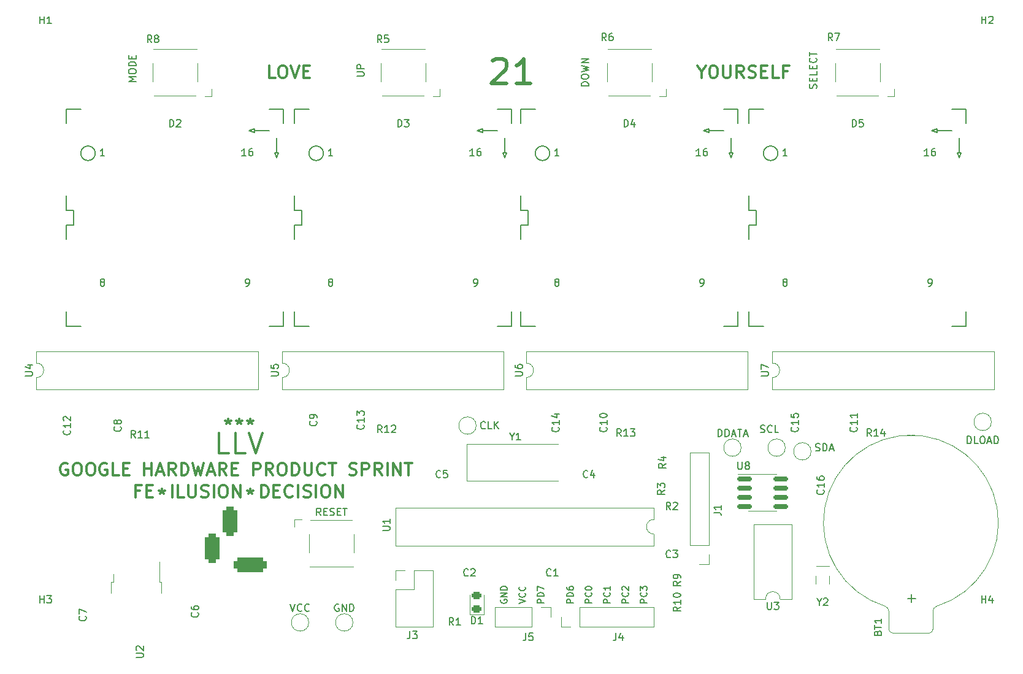
<source format=gbr>
%TF.GenerationSoftware,KiCad,Pcbnew,(6.0.5)*%
%TF.CreationDate,2022-07-22T04:36:01-07:00*%
%TF.ProjectId,CLOCK,434c4f43-4b2e-46b6-9963-61645f706362,rev?*%
%TF.SameCoordinates,PX4c4db10PY8a50b10*%
%TF.FileFunction,Legend,Top*%
%TF.FilePolarity,Positive*%
%FSLAX46Y46*%
G04 Gerber Fmt 4.6, Leading zero omitted, Abs format (unit mm)*
G04 Created by KiCad (PCBNEW (6.0.5)) date 2022-07-22 04:36:01*
%MOMM*%
%LPD*%
G01*
G04 APERTURE LIST*
G04 Aperture macros list*
%AMRoundRect*
0 Rectangle with rounded corners*
0 $1 Rounding radius*
0 $2 $3 $4 $5 $6 $7 $8 $9 X,Y pos of 4 corners*
0 Add a 4 corners polygon primitive as box body*
4,1,4,$2,$3,$4,$5,$6,$7,$8,$9,$2,$3,0*
0 Add four circle primitives for the rounded corners*
1,1,$1+$1,$2,$3*
1,1,$1+$1,$4,$5*
1,1,$1+$1,$6,$7*
1,1,$1+$1,$8,$9*
0 Add four rect primitives between the rounded corners*
20,1,$1+$1,$2,$3,$4,$5,0*
20,1,$1+$1,$4,$5,$6,$7,0*
20,1,$1+$1,$6,$7,$8,$9,0*
20,1,$1+$1,$8,$9,$2,$3,0*%
G04 Aperture macros list end*
%ADD10C,0.304800*%
%ADD11C,0.533400*%
%ADD12C,0.150000*%
%ADD13C,0.210000*%
%ADD14C,0.120000*%
%ADD15R,1.400000X1.150000*%
%ADD16C,3.200000*%
%ADD17R,1.150000X1.400000*%
%ADD18C,1.524000*%
%ADD19C,2.000000*%
%ADD20R,4.500000X2.000000*%
%ADD21R,1.600000X1.400000*%
%ADD22R,3.000000X3.000000*%
%ADD23C,3.000000*%
%ADD24R,1.600000X1.600000*%
%ADD25O,1.600000X1.600000*%
%ADD26O,1.700000X1.700000*%
%ADD27R,1.700000X1.700000*%
%ADD28R,1.800000X1.000000*%
%ADD29RoundRect,0.150000X-0.825000X-0.150000X0.825000X-0.150000X0.825000X0.150000X-0.825000X0.150000X0*%
%ADD30R,1.200000X2.200000*%
%ADD31R,5.800000X6.400000*%
%ADD32RoundRect,0.243750X0.456250X-0.243750X0.456250X0.243750X-0.456250X0.243750X-0.456250X-0.243750X0*%
%ADD33RoundRect,0.500000X-1.750000X-0.500000X1.750000X-0.500000X1.750000X0.500000X-1.750000X0.500000X0*%
%ADD34RoundRect,0.500000X0.500000X-1.500000X0.500000X1.500000X-0.500000X1.500000X-0.500000X-1.500000X0*%
G04 APERTURE END LIST*
D10*
X95545728Y82083729D02*
X95545728Y81249158D01*
X94961528Y83001758D02*
X95545728Y82083729D01*
X96129928Y83001758D01*
X97047957Y83001758D02*
X97381785Y83001758D01*
X97548700Y82918300D01*
X97715614Y82751386D01*
X97799071Y82417558D01*
X97799071Y81833358D01*
X97715614Y81499529D01*
X97548700Y81332615D01*
X97381785Y81249158D01*
X97047957Y81249158D01*
X96881042Y81332615D01*
X96714128Y81499529D01*
X96630671Y81833358D01*
X96630671Y82417558D01*
X96714128Y82751386D01*
X96881042Y82918300D01*
X97047957Y83001758D01*
X98550185Y83001758D02*
X98550185Y81582986D01*
X98633642Y81416072D01*
X98717100Y81332615D01*
X98884014Y81249158D01*
X99217842Y81249158D01*
X99384757Y81332615D01*
X99468214Y81416072D01*
X99551671Y81582986D01*
X99551671Y83001758D01*
X101387728Y81249158D02*
X100803528Y82083729D01*
X100386242Y81249158D02*
X100386242Y83001758D01*
X101053900Y83001758D01*
X101220814Y82918300D01*
X101304271Y82834843D01*
X101387728Y82667929D01*
X101387728Y82417558D01*
X101304271Y82250643D01*
X101220814Y82167186D01*
X101053900Y82083729D01*
X100386242Y82083729D01*
X102055385Y81332615D02*
X102305757Y81249158D01*
X102723042Y81249158D01*
X102889957Y81332615D01*
X102973414Y81416072D01*
X103056871Y81582986D01*
X103056871Y81749900D01*
X102973414Y81916815D01*
X102889957Y82000272D01*
X102723042Y82083729D01*
X102389214Y82167186D01*
X102222300Y82250643D01*
X102138842Y82334100D01*
X102055385Y82501015D01*
X102055385Y82667929D01*
X102138842Y82834843D01*
X102222300Y82918300D01*
X102389214Y83001758D01*
X102806500Y83001758D01*
X103056871Y82918300D01*
X103807985Y82167186D02*
X104392185Y82167186D01*
X104642557Y81249158D02*
X103807985Y81249158D01*
X103807985Y83001758D01*
X104642557Y83001758D01*
X106228242Y81249158D02*
X105393671Y81249158D01*
X105393671Y83001758D01*
X107396642Y82167186D02*
X106812442Y82167186D01*
X106812442Y81249158D02*
X106812442Y83001758D01*
X107647014Y83001758D01*
X36688485Y81249158D02*
X35853914Y81249158D01*
X35853914Y83001758D01*
X37606514Y83001758D02*
X37940342Y83001758D01*
X38107257Y82918300D01*
X38274171Y82751386D01*
X38357628Y82417558D01*
X38357628Y81833358D01*
X38274171Y81499529D01*
X38107257Y81332615D01*
X37940342Y81249158D01*
X37606514Y81249158D01*
X37439600Y81332615D01*
X37272685Y81499529D01*
X37189228Y81833358D01*
X37189228Y82417558D01*
X37272685Y82751386D01*
X37439600Y82918300D01*
X37606514Y83001758D01*
X38858371Y83001758D02*
X39442571Y81249158D01*
X40026771Y83001758D01*
X40610971Y82167186D02*
X41195171Y82167186D01*
X41445542Y81249158D02*
X40610971Y81249158D01*
X40610971Y83001758D01*
X41445542Y83001758D01*
D11*
X66710076Y83604705D02*
X66874571Y83769200D01*
X67203561Y83933696D01*
X68026038Y83933696D01*
X68355028Y83769200D01*
X68519523Y83604705D01*
X68684019Y83275715D01*
X68684019Y82946724D01*
X68519523Y82453239D01*
X66545580Y80479296D01*
X68684019Y80479296D01*
X71973923Y80479296D02*
X69999980Y80479296D01*
X70986952Y80479296D02*
X70986952Y83933696D01*
X70657961Y83440210D01*
X70328971Y83111220D01*
X69999980Y82946724D01*
D12*
X82952166Y8805334D02*
X82063166Y8805334D01*
X82063166Y9144000D01*
X82105500Y9228667D01*
X82147833Y9271000D01*
X82232500Y9313334D01*
X82359500Y9313334D01*
X82444166Y9271000D01*
X82486500Y9228667D01*
X82528833Y9144000D01*
X82528833Y8805334D01*
X82867500Y10202334D02*
X82909833Y10160000D01*
X82952166Y10033000D01*
X82952166Y9948334D01*
X82909833Y9821334D01*
X82825166Y9736667D01*
X82740500Y9694334D01*
X82571166Y9652000D01*
X82444166Y9652000D01*
X82274833Y9694334D01*
X82190166Y9736667D01*
X82105500Y9821334D01*
X82063166Y9948334D01*
X82063166Y10033000D01*
X82105500Y10160000D01*
X82147833Y10202334D01*
X82952166Y11049000D02*
X82952166Y10541000D01*
X82952166Y10795000D02*
X82063166Y10795000D01*
X82190166Y10710334D01*
X82274833Y10625667D01*
X82317166Y10541000D01*
X73808166Y8805334D02*
X72919166Y8805334D01*
X72919166Y9144000D01*
X72961500Y9228667D01*
X73003833Y9271000D01*
X73088500Y9313334D01*
X73215500Y9313334D01*
X73300166Y9271000D01*
X73342500Y9228667D01*
X73384833Y9144000D01*
X73384833Y8805334D01*
X73808166Y9694334D02*
X72919166Y9694334D01*
X72919166Y9906000D01*
X72961500Y10033000D01*
X73046166Y10117667D01*
X73130833Y10160000D01*
X73300166Y10202334D01*
X73427166Y10202334D01*
X73596500Y10160000D01*
X73681166Y10117667D01*
X73765833Y10033000D01*
X73808166Y9906000D01*
X73808166Y9694334D01*
X72919166Y10498667D02*
X72919166Y11091334D01*
X73808166Y10710334D01*
D10*
X8040914Y28054300D02*
X7874000Y28137758D01*
X7623628Y28137758D01*
X7373257Y28054300D01*
X7206342Y27887386D01*
X7122885Y27720472D01*
X7039428Y27386643D01*
X7039428Y27136272D01*
X7122885Y26802443D01*
X7206342Y26635529D01*
X7373257Y26468615D01*
X7623628Y26385158D01*
X7790542Y26385158D01*
X8040914Y26468615D01*
X8124371Y26552072D01*
X8124371Y27136272D01*
X7790542Y27136272D01*
X9209314Y28137758D02*
X9543142Y28137758D01*
X9710057Y28054300D01*
X9876971Y27887386D01*
X9960428Y27553558D01*
X9960428Y26969358D01*
X9876971Y26635529D01*
X9710057Y26468615D01*
X9543142Y26385158D01*
X9209314Y26385158D01*
X9042400Y26468615D01*
X8875485Y26635529D01*
X8792028Y26969358D01*
X8792028Y27553558D01*
X8875485Y27887386D01*
X9042400Y28054300D01*
X9209314Y28137758D01*
X11045371Y28137758D02*
X11379200Y28137758D01*
X11546114Y28054300D01*
X11713028Y27887386D01*
X11796485Y27553558D01*
X11796485Y26969358D01*
X11713028Y26635529D01*
X11546114Y26468615D01*
X11379200Y26385158D01*
X11045371Y26385158D01*
X10878457Y26468615D01*
X10711542Y26635529D01*
X10628085Y26969358D01*
X10628085Y27553558D01*
X10711542Y27887386D01*
X10878457Y28054300D01*
X11045371Y28137758D01*
X13465628Y28054300D02*
X13298714Y28137758D01*
X13048342Y28137758D01*
X12797971Y28054300D01*
X12631057Y27887386D01*
X12547600Y27720472D01*
X12464142Y27386643D01*
X12464142Y27136272D01*
X12547600Y26802443D01*
X12631057Y26635529D01*
X12797971Y26468615D01*
X13048342Y26385158D01*
X13215257Y26385158D01*
X13465628Y26468615D01*
X13549085Y26552072D01*
X13549085Y27136272D01*
X13215257Y27136272D01*
X15134771Y26385158D02*
X14300200Y26385158D01*
X14300200Y28137758D01*
X15718971Y27303186D02*
X16303171Y27303186D01*
X16553542Y26385158D02*
X15718971Y26385158D01*
X15718971Y28137758D01*
X16553542Y28137758D01*
X18639971Y26385158D02*
X18639971Y28137758D01*
X18639971Y27303186D02*
X19641457Y27303186D01*
X19641457Y26385158D02*
X19641457Y28137758D01*
X20392571Y26885900D02*
X21227142Y26885900D01*
X20225657Y26385158D02*
X20809857Y28137758D01*
X21394057Y26385158D01*
X22979742Y26385158D02*
X22395542Y27219729D01*
X21978257Y26385158D02*
X21978257Y28137758D01*
X22645914Y28137758D01*
X22812828Y28054300D01*
X22896285Y27970843D01*
X22979742Y27803929D01*
X22979742Y27553558D01*
X22896285Y27386643D01*
X22812828Y27303186D01*
X22645914Y27219729D01*
X21978257Y27219729D01*
X23730857Y26385158D02*
X23730857Y28137758D01*
X24148142Y28137758D01*
X24398514Y28054300D01*
X24565428Y27887386D01*
X24648885Y27720472D01*
X24732342Y27386643D01*
X24732342Y27136272D01*
X24648885Y26802443D01*
X24565428Y26635529D01*
X24398514Y26468615D01*
X24148142Y26385158D01*
X23730857Y26385158D01*
X25316542Y28137758D02*
X25733828Y26385158D01*
X26067657Y27637015D01*
X26401485Y26385158D01*
X26818771Y28137758D01*
X27402971Y26885900D02*
X28237542Y26885900D01*
X27236057Y26385158D02*
X27820257Y28137758D01*
X28404457Y26385158D01*
X29990142Y26385158D02*
X29405942Y27219729D01*
X28988657Y26385158D02*
X28988657Y28137758D01*
X29656314Y28137758D01*
X29823228Y28054300D01*
X29906685Y27970843D01*
X29990142Y27803929D01*
X29990142Y27553558D01*
X29906685Y27386643D01*
X29823228Y27303186D01*
X29656314Y27219729D01*
X28988657Y27219729D01*
X30741257Y27303186D02*
X31325457Y27303186D01*
X31575828Y26385158D02*
X30741257Y26385158D01*
X30741257Y28137758D01*
X31575828Y28137758D01*
X33662257Y26385158D02*
X33662257Y28137758D01*
X34329914Y28137758D01*
X34496828Y28054300D01*
X34580285Y27970843D01*
X34663742Y27803929D01*
X34663742Y27553558D01*
X34580285Y27386643D01*
X34496828Y27303186D01*
X34329914Y27219729D01*
X33662257Y27219729D01*
X36416342Y26385158D02*
X35832142Y27219729D01*
X35414857Y26385158D02*
X35414857Y28137758D01*
X36082514Y28137758D01*
X36249428Y28054300D01*
X36332885Y27970843D01*
X36416342Y27803929D01*
X36416342Y27553558D01*
X36332885Y27386643D01*
X36249428Y27303186D01*
X36082514Y27219729D01*
X35414857Y27219729D01*
X37501285Y28137758D02*
X37835114Y28137758D01*
X38002028Y28054300D01*
X38168942Y27887386D01*
X38252400Y27553558D01*
X38252400Y26969358D01*
X38168942Y26635529D01*
X38002028Y26468615D01*
X37835114Y26385158D01*
X37501285Y26385158D01*
X37334371Y26468615D01*
X37167457Y26635529D01*
X37084000Y26969358D01*
X37084000Y27553558D01*
X37167457Y27887386D01*
X37334371Y28054300D01*
X37501285Y28137758D01*
X39003514Y26385158D02*
X39003514Y28137758D01*
X39420800Y28137758D01*
X39671171Y28054300D01*
X39838085Y27887386D01*
X39921542Y27720472D01*
X40005000Y27386643D01*
X40005000Y27136272D01*
X39921542Y26802443D01*
X39838085Y26635529D01*
X39671171Y26468615D01*
X39420800Y26385158D01*
X39003514Y26385158D01*
X40756114Y28137758D02*
X40756114Y26718986D01*
X40839571Y26552072D01*
X40923028Y26468615D01*
X41089942Y26385158D01*
X41423771Y26385158D01*
X41590685Y26468615D01*
X41674142Y26552072D01*
X41757600Y26718986D01*
X41757600Y28137758D01*
X43593657Y26552072D02*
X43510200Y26468615D01*
X43259828Y26385158D01*
X43092914Y26385158D01*
X42842542Y26468615D01*
X42675628Y26635529D01*
X42592171Y26802443D01*
X42508714Y27136272D01*
X42508714Y27386643D01*
X42592171Y27720472D01*
X42675628Y27887386D01*
X42842542Y28054300D01*
X43092914Y28137758D01*
X43259828Y28137758D01*
X43510200Y28054300D01*
X43593657Y27970843D01*
X44094400Y28137758D02*
X45095885Y28137758D01*
X44595142Y26385158D02*
X44595142Y28137758D01*
X46931942Y26468615D02*
X47182314Y26385158D01*
X47599600Y26385158D01*
X47766514Y26468615D01*
X47849971Y26552072D01*
X47933428Y26718986D01*
X47933428Y26885900D01*
X47849971Y27052815D01*
X47766514Y27136272D01*
X47599600Y27219729D01*
X47265771Y27303186D01*
X47098857Y27386643D01*
X47015400Y27470100D01*
X46931942Y27637015D01*
X46931942Y27803929D01*
X47015400Y27970843D01*
X47098857Y28054300D01*
X47265771Y28137758D01*
X47683057Y28137758D01*
X47933428Y28054300D01*
X48684542Y26385158D02*
X48684542Y28137758D01*
X49352200Y28137758D01*
X49519114Y28054300D01*
X49602571Y27970843D01*
X49686028Y27803929D01*
X49686028Y27553558D01*
X49602571Y27386643D01*
X49519114Y27303186D01*
X49352200Y27219729D01*
X48684542Y27219729D01*
X51438628Y26385158D02*
X50854428Y27219729D01*
X50437142Y26385158D02*
X50437142Y28137758D01*
X51104800Y28137758D01*
X51271714Y28054300D01*
X51355171Y27970843D01*
X51438628Y27803929D01*
X51438628Y27553558D01*
X51355171Y27386643D01*
X51271714Y27303186D01*
X51104800Y27219729D01*
X50437142Y27219729D01*
X52189742Y26385158D02*
X52189742Y28137758D01*
X53024314Y26385158D02*
X53024314Y28137758D01*
X54025799Y26385158D01*
X54025799Y28137758D01*
X54610000Y28137758D02*
X55611485Y28137758D01*
X55110742Y26385158D02*
X55110742Y28137758D01*
X21082000Y24581758D02*
X21082000Y24164472D01*
X20664714Y24331386D02*
X21082000Y24164472D01*
X21499285Y24331386D01*
X20831628Y23830643D02*
X21082000Y24164472D01*
X21332371Y23830643D01*
X34752642Y23337158D02*
X34752642Y25089758D01*
X35169928Y25089758D01*
X35420300Y25006300D01*
X35587214Y24839386D01*
X35670671Y24672472D01*
X35754128Y24338643D01*
X35754128Y24088272D01*
X35670671Y23754443D01*
X35587214Y23587529D01*
X35420300Y23420615D01*
X35169928Y23337158D01*
X34752642Y23337158D01*
X36505242Y24255186D02*
X37089442Y24255186D01*
X37339814Y23337158D02*
X36505242Y23337158D01*
X36505242Y25089758D01*
X37339814Y25089758D01*
X39092414Y23504072D02*
X39008957Y23420615D01*
X38758585Y23337158D01*
X38591671Y23337158D01*
X38341300Y23420615D01*
X38174385Y23587529D01*
X38090928Y23754443D01*
X38007471Y24088272D01*
X38007471Y24338643D01*
X38090928Y24672472D01*
X38174385Y24839386D01*
X38341300Y25006300D01*
X38591671Y25089758D01*
X38758585Y25089758D01*
X39008957Y25006300D01*
X39092414Y24922843D01*
X39843528Y23337158D02*
X39843528Y25089758D01*
X40594642Y23420615D02*
X40845014Y23337158D01*
X41262300Y23337158D01*
X41429214Y23420615D01*
X41512671Y23504072D01*
X41596128Y23670986D01*
X41596128Y23837900D01*
X41512671Y24004815D01*
X41429214Y24088272D01*
X41262300Y24171729D01*
X40928471Y24255186D01*
X40761557Y24338643D01*
X40678100Y24422100D01*
X40594642Y24589015D01*
X40594642Y24755929D01*
X40678100Y24922843D01*
X40761557Y25006300D01*
X40928471Y25089758D01*
X41345757Y25089758D01*
X41596128Y25006300D01*
X42347242Y23337158D02*
X42347242Y25089758D01*
X43515642Y25089758D02*
X43849471Y25089758D01*
X44016385Y25006300D01*
X44183300Y24839386D01*
X44266757Y24505558D01*
X44266757Y23921358D01*
X44183300Y23587529D01*
X44016385Y23420615D01*
X43849471Y23337158D01*
X43515642Y23337158D01*
X43348728Y23420615D01*
X43181814Y23587529D01*
X43098357Y23921358D01*
X43098357Y24505558D01*
X43181814Y24839386D01*
X43348728Y25006300D01*
X43515642Y25089758D01*
X45017871Y23337158D02*
X45017871Y25089758D01*
X46019357Y23337158D01*
X46019357Y25089758D01*
D12*
X77872166Y8805334D02*
X76983166Y8805334D01*
X76983166Y9144000D01*
X77025500Y9228667D01*
X77067833Y9271000D01*
X77152500Y9313334D01*
X77279500Y9313334D01*
X77364166Y9271000D01*
X77406500Y9228667D01*
X77448833Y9144000D01*
X77448833Y8805334D01*
X77872166Y9694334D02*
X76983166Y9694334D01*
X76983166Y9906000D01*
X77025500Y10033000D01*
X77110166Y10117667D01*
X77194833Y10160000D01*
X77364166Y10202334D01*
X77491166Y10202334D01*
X77660500Y10160000D01*
X77745166Y10117667D01*
X77829833Y10033000D01*
X77872166Y9906000D01*
X77872166Y9694334D01*
X76983166Y10964334D02*
X76983166Y10795000D01*
X77025500Y10710334D01*
X77067833Y10668000D01*
X77194833Y10583334D01*
X77364166Y10541000D01*
X77702833Y10541000D01*
X77787500Y10583334D01*
X77829833Y10625667D01*
X77872166Y10710334D01*
X77872166Y10879667D01*
X77829833Y10964334D01*
X77787500Y11006667D01*
X77702833Y11049000D01*
X77491166Y11049000D01*
X77406500Y11006667D01*
X77364166Y10964334D01*
X77321833Y10879667D01*
X77321833Y10710334D01*
X77364166Y10625667D01*
X77406500Y10583334D01*
X77491166Y10541000D01*
X70379166Y8720667D02*
X71268166Y9017000D01*
X70379166Y9313334D01*
X71183500Y10117667D02*
X71225833Y10075334D01*
X71268166Y9948334D01*
X71268166Y9863667D01*
X71225833Y9736667D01*
X71141166Y9652000D01*
X71056500Y9609667D01*
X70887166Y9567334D01*
X70760166Y9567334D01*
X70590833Y9609667D01*
X70506166Y9652000D01*
X70421500Y9736667D01*
X70379166Y9863667D01*
X70379166Y9948334D01*
X70421500Y10075334D01*
X70463833Y10117667D01*
X71183500Y11006667D02*
X71225833Y10964334D01*
X71268166Y10837334D01*
X71268166Y10752667D01*
X71225833Y10625667D01*
X71141166Y10541000D01*
X71056500Y10498667D01*
X70887166Y10456334D01*
X70760166Y10456334D01*
X70590833Y10498667D01*
X70506166Y10541000D01*
X70421500Y10625667D01*
X70379166Y10752667D01*
X70379166Y10837334D01*
X70421500Y10964334D01*
X70463833Y11006667D01*
D10*
X30273171Y29458558D02*
X28930600Y29458558D01*
X28930600Y32277958D01*
X32555542Y29458558D02*
X31212971Y29458558D01*
X31212971Y32277958D01*
X33092571Y32277958D02*
X34032371Y29458558D01*
X34972171Y32277958D01*
X33274000Y34233758D02*
X33274000Y33816472D01*
X32856714Y33983386D02*
X33274000Y33816472D01*
X33691285Y33983386D01*
X33023628Y33482643D02*
X33274000Y33816472D01*
X33524371Y33482643D01*
D12*
X67881500Y9228667D02*
X67839166Y9144000D01*
X67839166Y9017000D01*
X67881500Y8890000D01*
X67966166Y8805334D01*
X68050833Y8763000D01*
X68220166Y8720667D01*
X68347166Y8720667D01*
X68516500Y8763000D01*
X68601166Y8805334D01*
X68685833Y8890000D01*
X68728166Y9017000D01*
X68728166Y9101667D01*
X68685833Y9228667D01*
X68643500Y9271000D01*
X68347166Y9271000D01*
X68347166Y9101667D01*
X68728166Y9652000D02*
X67839166Y9652000D01*
X68728166Y10160000D01*
X67839166Y10160000D01*
X68728166Y10583334D02*
X67839166Y10583334D01*
X67839166Y10795000D01*
X67881500Y10922000D01*
X67966166Y11006667D01*
X68050833Y11049000D01*
X68220166Y11091334D01*
X68347166Y11091334D01*
X68516500Y11049000D01*
X68601166Y11006667D01*
X68685833Y10922000D01*
X68728166Y10795000D01*
X68728166Y10583334D01*
D10*
X30226000Y34233758D02*
X30226000Y33816472D01*
X29808714Y33983386D02*
X30226000Y33816472D01*
X30643285Y33983386D01*
X29975628Y33482643D02*
X30226000Y33816472D01*
X30476371Y33482643D01*
D12*
X85492166Y8805334D02*
X84603166Y8805334D01*
X84603166Y9144000D01*
X84645500Y9228667D01*
X84687833Y9271000D01*
X84772500Y9313334D01*
X84899500Y9313334D01*
X84984166Y9271000D01*
X85026500Y9228667D01*
X85068833Y9144000D01*
X85068833Y8805334D01*
X85407500Y10202334D02*
X85449833Y10160000D01*
X85492166Y10033000D01*
X85492166Y9948334D01*
X85449833Y9821334D01*
X85365166Y9736667D01*
X85280500Y9694334D01*
X85111166Y9652000D01*
X84984166Y9652000D01*
X84814833Y9694334D01*
X84730166Y9736667D01*
X84645500Y9821334D01*
X84603166Y9948334D01*
X84603166Y10033000D01*
X84645500Y10160000D01*
X84687833Y10202334D01*
X84687833Y10541000D02*
X84645500Y10583334D01*
X84603166Y10668000D01*
X84603166Y10879667D01*
X84645500Y10964334D01*
X84687833Y11006667D01*
X84772500Y11049000D01*
X84857166Y11049000D01*
X84984166Y11006667D01*
X85492166Y10498667D01*
X85492166Y11049000D01*
D10*
X31750000Y34233758D02*
X31750000Y33816472D01*
X31332714Y33983386D02*
X31750000Y33816472D01*
X32167285Y33983386D01*
X31499628Y33482643D02*
X31750000Y33816472D01*
X32000371Y33482643D01*
X17999528Y24255186D02*
X17415328Y24255186D01*
X17415328Y23337158D02*
X17415328Y25089758D01*
X18249900Y25089758D01*
X18917557Y24255186D02*
X19501757Y24255186D01*
X19752128Y23337158D02*
X18917557Y23337158D01*
X18917557Y25089758D01*
X19752128Y25089758D01*
D12*
X80412166Y8805334D02*
X79523166Y8805334D01*
X79523166Y9144000D01*
X79565500Y9228667D01*
X79607833Y9271000D01*
X79692500Y9313334D01*
X79819500Y9313334D01*
X79904166Y9271000D01*
X79946500Y9228667D01*
X79988833Y9144000D01*
X79988833Y8805334D01*
X80327500Y10202334D02*
X80369833Y10160000D01*
X80412166Y10033000D01*
X80412166Y9948334D01*
X80369833Y9821334D01*
X80285166Y9736667D01*
X80200500Y9694334D01*
X80031166Y9652000D01*
X79904166Y9652000D01*
X79734833Y9694334D01*
X79650166Y9736667D01*
X79565500Y9821334D01*
X79523166Y9948334D01*
X79523166Y10033000D01*
X79565500Y10160000D01*
X79607833Y10202334D01*
X79523166Y10752667D02*
X79523166Y10837334D01*
X79565500Y10922000D01*
X79607833Y10964334D01*
X79692500Y11006667D01*
X79861833Y11049000D01*
X80073500Y11049000D01*
X80242833Y11006667D01*
X80327500Y10964334D01*
X80369833Y10922000D01*
X80412166Y10837334D01*
X80412166Y10752667D01*
X80369833Y10668000D01*
X80327500Y10625667D01*
X80242833Y10583334D01*
X80073500Y10541000D01*
X79861833Y10541000D01*
X79692500Y10583334D01*
X79607833Y10625667D01*
X79565500Y10668000D01*
X79523166Y10752667D01*
X88032166Y8805334D02*
X87143166Y8805334D01*
X87143166Y9144000D01*
X87185500Y9228667D01*
X87227833Y9271000D01*
X87312500Y9313334D01*
X87439500Y9313334D01*
X87524166Y9271000D01*
X87566500Y9228667D01*
X87608833Y9144000D01*
X87608833Y8805334D01*
X87947500Y10202334D02*
X87989833Y10160000D01*
X88032166Y10033000D01*
X88032166Y9948334D01*
X87989833Y9821334D01*
X87905166Y9736667D01*
X87820500Y9694334D01*
X87651166Y9652000D01*
X87524166Y9652000D01*
X87354833Y9694334D01*
X87270166Y9736667D01*
X87185500Y9821334D01*
X87143166Y9948334D01*
X87143166Y10033000D01*
X87185500Y10160000D01*
X87227833Y10202334D01*
X87143166Y10498667D02*
X87143166Y11049000D01*
X87481833Y10752667D01*
X87481833Y10879667D01*
X87524166Y10964334D01*
X87566500Y11006667D01*
X87651166Y11049000D01*
X87862833Y11049000D01*
X87947500Y11006667D01*
X87989833Y10964334D01*
X88032166Y10879667D01*
X88032166Y10625667D01*
X87989833Y10541000D01*
X87947500Y10498667D01*
D10*
X33274000Y24581758D02*
X33274000Y24164472D01*
X32856714Y24331386D02*
X33274000Y24164472D01*
X33691285Y24331386D01*
X33023628Y23830643D02*
X33274000Y24164472D01*
X33524371Y23830643D01*
X22462671Y23337158D02*
X22462671Y25089758D01*
X24131814Y23337158D02*
X23297242Y23337158D01*
X23297242Y25089758D01*
X24716014Y25089758D02*
X24716014Y23670986D01*
X24799471Y23504072D01*
X24882928Y23420615D01*
X25049842Y23337158D01*
X25383671Y23337158D01*
X25550585Y23420615D01*
X25634042Y23504072D01*
X25717500Y23670986D01*
X25717500Y25089758D01*
X26468614Y23420615D02*
X26718985Y23337158D01*
X27136271Y23337158D01*
X27303185Y23420615D01*
X27386642Y23504072D01*
X27470100Y23670986D01*
X27470100Y23837900D01*
X27386642Y24004815D01*
X27303185Y24088272D01*
X27136271Y24171729D01*
X26802442Y24255186D01*
X26635528Y24338643D01*
X26552071Y24422100D01*
X26468614Y24589015D01*
X26468614Y24755929D01*
X26552071Y24922843D01*
X26635528Y25006300D01*
X26802442Y25089758D01*
X27219728Y25089758D01*
X27470100Y25006300D01*
X28221214Y23337158D02*
X28221214Y25089758D01*
X29389614Y25089758D02*
X29723442Y25089758D01*
X29890357Y25006300D01*
X30057271Y24839386D01*
X30140728Y24505558D01*
X30140728Y23921358D01*
X30057271Y23587529D01*
X29890357Y23420615D01*
X29723442Y23337158D01*
X29389614Y23337158D01*
X29222700Y23420615D01*
X29055785Y23587529D01*
X28972328Y23921358D01*
X28972328Y24505558D01*
X29055785Y24839386D01*
X29222700Y25006300D01*
X29389614Y25089758D01*
X30891842Y23337158D02*
X30891842Y25089758D01*
X31893328Y23337158D01*
X31893328Y25089758D01*
D12*
%TO.C,C7*%
X10517142Y6945334D02*
X10564761Y6897715D01*
X10612380Y6754858D01*
X10612380Y6659620D01*
X10564761Y6516762D01*
X10469523Y6421524D01*
X10374285Y6373905D01*
X10183809Y6326286D01*
X10040952Y6326286D01*
X9850476Y6373905D01*
X9755238Y6421524D01*
X9660000Y6516762D01*
X9612380Y6659620D01*
X9612380Y6754858D01*
X9660000Y6897715D01*
X9707619Y6945334D01*
X9612380Y7278667D02*
X9612380Y7945334D01*
X10612380Y7516762D01*
%TO.C,H4*%
X134228095Y8781620D02*
X134228095Y9781620D01*
X134228095Y9305429D02*
X134799523Y9305429D01*
X134799523Y8781620D02*
X134799523Y9781620D01*
X135704285Y9448286D02*
X135704285Y8781620D01*
X135466190Y9829239D02*
X135228095Y9114953D01*
X135847142Y9114953D01*
%TO.C,R11*%
X17391142Y31581620D02*
X17057809Y32057810D01*
X16819714Y31581620D02*
X16819714Y32581620D01*
X17200666Y32581620D01*
X17295904Y32534000D01*
X17343523Y32486381D01*
X17391142Y32391143D01*
X17391142Y32248286D01*
X17343523Y32153048D01*
X17295904Y32105429D01*
X17200666Y32057810D01*
X16819714Y32057810D01*
X18343523Y31581620D02*
X17772095Y31581620D01*
X18057809Y31581620D02*
X18057809Y32581620D01*
X17962571Y32438762D01*
X17867333Y32343524D01*
X17772095Y32295905D01*
X19295904Y31581620D02*
X18724476Y31581620D01*
X19010190Y31581620D02*
X19010190Y32581620D01*
X18914952Y32438762D01*
X18819714Y32343524D01*
X18724476Y32295905D01*
%TO.C,D3*%
X53617904Y74523620D02*
X53617904Y75523620D01*
X53856000Y75523620D01*
X53998857Y75476000D01*
X54094095Y75380762D01*
X54141714Y75285524D01*
X54189333Y75095048D01*
X54189333Y74952191D01*
X54141714Y74761715D01*
X54094095Y74666477D01*
X53998857Y74571239D01*
X53856000Y74523620D01*
X53617904Y74523620D01*
X54522666Y75523620D02*
X55141714Y75523620D01*
X54808380Y75142667D01*
X54951238Y75142667D01*
X55046476Y75095048D01*
X55094095Y75047429D01*
X55141714Y74952191D01*
X55141714Y74714096D01*
X55094095Y74618858D01*
X55046476Y74571239D01*
X54951238Y74523620D01*
X54665523Y74523620D01*
X54570285Y74571239D01*
X54522666Y74618858D01*
X44260761Y53095048D02*
X44165523Y53142667D01*
X44117904Y53190286D01*
X44070285Y53285524D01*
X44070285Y53333143D01*
X44117904Y53428381D01*
X44165523Y53476000D01*
X44260761Y53523620D01*
X44451238Y53523620D01*
X44546476Y53476000D01*
X44594095Y53428381D01*
X44641714Y53333143D01*
X44641714Y53285524D01*
X44594095Y53190286D01*
X44546476Y53142667D01*
X44451238Y53095048D01*
X44260761Y53095048D01*
X44165523Y53047429D01*
X44117904Y52999810D01*
X44070285Y52904572D01*
X44070285Y52714096D01*
X44117904Y52618858D01*
X44165523Y52571239D01*
X44260761Y52523620D01*
X44451238Y52523620D01*
X44546476Y52571239D01*
X44594095Y52618858D01*
X44641714Y52714096D01*
X44641714Y52904572D01*
X44594095Y52999810D01*
X44546476Y53047429D01*
X44451238Y53095048D01*
X64165523Y52523620D02*
X64356000Y52523620D01*
X64451238Y52571239D01*
X64498857Y52618858D01*
X64594095Y52761715D01*
X64641714Y52952191D01*
X64641714Y53333143D01*
X64594095Y53428381D01*
X64546476Y53476000D01*
X64451238Y53523620D01*
X64260761Y53523620D01*
X64165523Y53476000D01*
X64117904Y53428381D01*
X64070285Y53333143D01*
X64070285Y53095048D01*
X64117904Y52999810D01*
X64165523Y52952191D01*
X64260761Y52904572D01*
X64451238Y52904572D01*
X64546476Y52952191D01*
X64594095Y52999810D01*
X64641714Y53095048D01*
X64165523Y70523620D02*
X63594095Y70523620D01*
X63879809Y70523620D02*
X63879809Y71523620D01*
X63784571Y71380762D01*
X63689333Y71285524D01*
X63594095Y71237905D01*
X65022666Y71523620D02*
X64832190Y71523620D01*
X64736952Y71476000D01*
X64689333Y71428381D01*
X64594095Y71285524D01*
X64546476Y71095048D01*
X64546476Y70714096D01*
X64594095Y70618858D01*
X64641714Y70571239D01*
X64736952Y70523620D01*
X64927428Y70523620D01*
X65022666Y70571239D01*
X65070285Y70618858D01*
X65117904Y70714096D01*
X65117904Y70952191D01*
X65070285Y71047429D01*
X65022666Y71095048D01*
X64927428Y71142667D01*
X64736952Y71142667D01*
X64641714Y71095048D01*
X64594095Y71047429D01*
X64546476Y70952191D01*
X44641714Y70523620D02*
X44070285Y70523620D01*
X44356000Y70523620D02*
X44356000Y71523620D01*
X44260761Y71380762D01*
X44165523Y71285524D01*
X44070285Y71237905D01*
%TO.C,GND*%
X45466095Y8593989D02*
X45370857Y8641609D01*
X45228000Y8641609D01*
X45085142Y8593989D01*
X44989904Y8498751D01*
X44942285Y8403513D01*
X44894666Y8213037D01*
X44894666Y8070180D01*
X44942285Y7879704D01*
X44989904Y7784466D01*
X45085142Y7689228D01*
X45228000Y7641609D01*
X45323238Y7641609D01*
X45466095Y7689228D01*
X45513714Y7736847D01*
X45513714Y8070180D01*
X45323238Y8070180D01*
X45942285Y7641609D02*
X45942285Y8641609D01*
X46513714Y7641609D01*
X46513714Y8641609D01*
X46989904Y7641609D02*
X46989904Y8641609D01*
X47228000Y8641609D01*
X47370857Y8593989D01*
X47466095Y8498751D01*
X47513714Y8403513D01*
X47561333Y8213037D01*
X47561333Y8070180D01*
X47513714Y7879704D01*
X47466095Y7784466D01*
X47370857Y7689228D01*
X47228000Y7641609D01*
X46989904Y7641609D01*
%TO.C,Y1*%
X69373809Y31767810D02*
X69373809Y31291620D01*
X69040476Y32291620D02*
X69373809Y31767810D01*
X69707142Y32291620D01*
X70564285Y31291620D02*
X69992857Y31291620D01*
X70278571Y31291620D02*
X70278571Y32291620D01*
X70183333Y32148762D01*
X70088095Y32053524D01*
X69992857Y32005905D01*
%TO.C,R5*%
X51395333Y86161620D02*
X51062000Y86637810D01*
X50823904Y86161620D02*
X50823904Y87161620D01*
X51204857Y87161620D01*
X51300095Y87114000D01*
X51347714Y87066381D01*
X51395333Y86971143D01*
X51395333Y86828286D01*
X51347714Y86733048D01*
X51300095Y86685429D01*
X51204857Y86637810D01*
X50823904Y86637810D01*
X52300095Y87161620D02*
X51823904Y87161620D01*
X51776285Y86685429D01*
X51823904Y86733048D01*
X51919142Y86780667D01*
X52157238Y86780667D01*
X52252476Y86733048D01*
X52300095Y86685429D01*
X52347714Y86590191D01*
X52347714Y86352096D01*
X52300095Y86256858D01*
X52252476Y86209239D01*
X52157238Y86161620D01*
X51919142Y86161620D01*
X51823904Y86209239D01*
X51776285Y86256858D01*
D13*
%TO.C,UP*%
X47966380Y81510286D02*
X48775904Y81510286D01*
X48871142Y81557905D01*
X48918761Y81605524D01*
X48966380Y81700762D01*
X48966380Y81891239D01*
X48918761Y81986477D01*
X48871142Y82034096D01*
X48775904Y82081715D01*
X47966380Y82081715D01*
X48966380Y82557905D02*
X47966380Y82557905D01*
X47966380Y82938858D01*
X48014000Y83034096D01*
X48061619Y83081715D01*
X48156857Y83129334D01*
X48299714Y83129334D01*
X48394952Y83081715D01*
X48442571Y83034096D01*
X48490190Y82938858D01*
X48490190Y82557905D01*
D12*
%TO.C,C5*%
X59523333Y26186858D02*
X59475714Y26139239D01*
X59332857Y26091620D01*
X59237619Y26091620D01*
X59094761Y26139239D01*
X58999523Y26234477D01*
X58951904Y26329715D01*
X58904285Y26520191D01*
X58904285Y26663048D01*
X58951904Y26853524D01*
X58999523Y26948762D01*
X59094761Y27044000D01*
X59237619Y27091620D01*
X59332857Y27091620D01*
X59475714Y27044000D01*
X59523333Y26996381D01*
X60428095Y27091620D02*
X59951904Y27091620D01*
X59904285Y26615429D01*
X59951904Y26663048D01*
X60047142Y26710667D01*
X60285238Y26710667D01*
X60380476Y26663048D01*
X60428095Y26615429D01*
X60475714Y26520191D01*
X60475714Y26282096D01*
X60428095Y26186858D01*
X60380476Y26139239D01*
X60285238Y26091620D01*
X60047142Y26091620D01*
X59951904Y26139239D01*
X59904285Y26186858D01*
%TO.C,C14*%
X75795142Y33051143D02*
X75842761Y33003524D01*
X75890380Y32860667D01*
X75890380Y32765429D01*
X75842761Y32622572D01*
X75747523Y32527334D01*
X75652285Y32479715D01*
X75461809Y32432096D01*
X75318952Y32432096D01*
X75128476Y32479715D01*
X75033238Y32527334D01*
X74938000Y32622572D01*
X74890380Y32765429D01*
X74890380Y32860667D01*
X74938000Y33003524D01*
X74985619Y33051143D01*
X75890380Y34003524D02*
X75890380Y33432096D01*
X75890380Y33717810D02*
X74890380Y33717810D01*
X75033238Y33622572D01*
X75128476Y33527334D01*
X75176095Y33432096D01*
X75223714Y34860667D02*
X75890380Y34860667D01*
X74842761Y34622572D02*
X75557047Y34384477D01*
X75557047Y35003524D01*
%TO.C,BT1*%
X119888588Y4638600D02*
X119936207Y4781457D01*
X119983826Y4829076D01*
X120079064Y4876695D01*
X120221921Y4876695D01*
X120317159Y4829076D01*
X120364778Y4781457D01*
X120412397Y4686219D01*
X120412397Y4305267D01*
X119412397Y4305267D01*
X119412397Y4638600D01*
X119460017Y4733838D01*
X119507636Y4781457D01*
X119602874Y4829076D01*
X119698112Y4829076D01*
X119793350Y4781457D01*
X119840969Y4733838D01*
X119888588Y4638600D01*
X119888588Y4305267D01*
X119412397Y5162410D02*
X119412397Y5733838D01*
X120412397Y5448124D02*
X119412397Y5448124D01*
X120412397Y6590981D02*
X120412397Y6019553D01*
X120412397Y6305267D02*
X119412397Y6305267D01*
X119555255Y6210029D01*
X119650493Y6114791D01*
X119698112Y6019553D01*
X124567159Y8852886D02*
X124567159Y9995743D01*
X125138588Y9424314D02*
X123995731Y9424314D01*
%TO.C,DDATA*%
X97822000Y31771609D02*
X97822000Y32771609D01*
X98060095Y32771609D01*
X98202952Y32723989D01*
X98298190Y32628751D01*
X98345809Y32533513D01*
X98393428Y32343037D01*
X98393428Y32200180D01*
X98345809Y32009704D01*
X98298190Y31914466D01*
X98202952Y31819228D01*
X98060095Y31771609D01*
X97822000Y31771609D01*
X98822000Y31771609D02*
X98822000Y32771609D01*
X99060095Y32771609D01*
X99202952Y32723989D01*
X99298190Y32628751D01*
X99345809Y32533513D01*
X99393428Y32343037D01*
X99393428Y32200180D01*
X99345809Y32009704D01*
X99298190Y31914466D01*
X99202952Y31819228D01*
X99060095Y31771609D01*
X98822000Y31771609D01*
X99774380Y32057323D02*
X100250571Y32057323D01*
X99679142Y31771609D02*
X100012476Y32771609D01*
X100345809Y31771609D01*
X100536285Y32771609D02*
X101107714Y32771609D01*
X100822000Y31771609D02*
X100822000Y32771609D01*
X101393428Y32057323D02*
X101869619Y32057323D01*
X101298190Y31771609D02*
X101631523Y32771609D01*
X101964857Y31771609D01*
%TO.C,C10*%
X82399142Y33051143D02*
X82446761Y33003524D01*
X82494380Y32860667D01*
X82494380Y32765429D01*
X82446761Y32622572D01*
X82351523Y32527334D01*
X82256285Y32479715D01*
X82065809Y32432096D01*
X81922952Y32432096D01*
X81732476Y32479715D01*
X81637238Y32527334D01*
X81542000Y32622572D01*
X81494380Y32765429D01*
X81494380Y32860667D01*
X81542000Y33003524D01*
X81589619Y33051143D01*
X82494380Y34003524D02*
X82494380Y33432096D01*
X82494380Y33717810D02*
X81494380Y33717810D01*
X81637238Y33622572D01*
X81732476Y33527334D01*
X81780095Y33432096D01*
X81494380Y34622572D02*
X81494380Y34717810D01*
X81542000Y34813048D01*
X81589619Y34860667D01*
X81684857Y34908286D01*
X81875333Y34955905D01*
X82113428Y34955905D01*
X82303904Y34908286D01*
X82399142Y34860667D01*
X82446761Y34813048D01*
X82494380Y34717810D01*
X82494380Y34622572D01*
X82446761Y34527334D01*
X82399142Y34479715D01*
X82303904Y34432096D01*
X82113428Y34384477D01*
X81875333Y34384477D01*
X81684857Y34432096D01*
X81589619Y34479715D01*
X81542000Y34527334D01*
X81494380Y34622572D01*
%TO.C,D4*%
X84859904Y74523620D02*
X84859904Y75523620D01*
X85098000Y75523620D01*
X85240857Y75476000D01*
X85336095Y75380762D01*
X85383714Y75285524D01*
X85431333Y75095048D01*
X85431333Y74952191D01*
X85383714Y74761715D01*
X85336095Y74666477D01*
X85240857Y74571239D01*
X85098000Y74523620D01*
X84859904Y74523620D01*
X86288476Y75190286D02*
X86288476Y74523620D01*
X86050380Y75571239D02*
X85812285Y74856953D01*
X86431333Y74856953D01*
X75502761Y53095048D02*
X75407523Y53142667D01*
X75359904Y53190286D01*
X75312285Y53285524D01*
X75312285Y53333143D01*
X75359904Y53428381D01*
X75407523Y53476000D01*
X75502761Y53523620D01*
X75693238Y53523620D01*
X75788476Y53476000D01*
X75836095Y53428381D01*
X75883714Y53333143D01*
X75883714Y53285524D01*
X75836095Y53190286D01*
X75788476Y53142667D01*
X75693238Y53095048D01*
X75502761Y53095048D01*
X75407523Y53047429D01*
X75359904Y52999810D01*
X75312285Y52904572D01*
X75312285Y52714096D01*
X75359904Y52618858D01*
X75407523Y52571239D01*
X75502761Y52523620D01*
X75693238Y52523620D01*
X75788476Y52571239D01*
X75836095Y52618858D01*
X75883714Y52714096D01*
X75883714Y52904572D01*
X75836095Y52999810D01*
X75788476Y53047429D01*
X75693238Y53095048D01*
X75883714Y70523620D02*
X75312285Y70523620D01*
X75598000Y70523620D02*
X75598000Y71523620D01*
X75502761Y71380762D01*
X75407523Y71285524D01*
X75312285Y71237905D01*
X95407523Y52523620D02*
X95598000Y52523620D01*
X95693238Y52571239D01*
X95740857Y52618858D01*
X95836095Y52761715D01*
X95883714Y52952191D01*
X95883714Y53333143D01*
X95836095Y53428381D01*
X95788476Y53476000D01*
X95693238Y53523620D01*
X95502761Y53523620D01*
X95407523Y53476000D01*
X95359904Y53428381D01*
X95312285Y53333143D01*
X95312285Y53095048D01*
X95359904Y52999810D01*
X95407523Y52952191D01*
X95502761Y52904572D01*
X95693238Y52904572D01*
X95788476Y52952191D01*
X95836095Y52999810D01*
X95883714Y53095048D01*
X95407523Y70523620D02*
X94836095Y70523620D01*
X95121809Y70523620D02*
X95121809Y71523620D01*
X95026571Y71380762D01*
X94931333Y71285524D01*
X94836095Y71237905D01*
X96264666Y71523620D02*
X96074190Y71523620D01*
X95978952Y71476000D01*
X95931333Y71428381D01*
X95836095Y71285524D01*
X95788476Y71095048D01*
X95788476Y70714096D01*
X95836095Y70618858D01*
X95883714Y70571239D01*
X95978952Y70523620D01*
X96169428Y70523620D01*
X96264666Y70571239D01*
X96312285Y70618858D01*
X96359904Y70714096D01*
X96359904Y70952191D01*
X96312285Y71047429D01*
X96264666Y71095048D01*
X96169428Y71142667D01*
X95978952Y71142667D01*
X95883714Y71095048D01*
X95836095Y71047429D01*
X95788476Y70952191D01*
%TO.C,C8*%
X15347142Y33107334D02*
X15394761Y33059715D01*
X15442380Y32916858D01*
X15442380Y32821620D01*
X15394761Y32678762D01*
X15299523Y32583524D01*
X15204285Y32535905D01*
X15013809Y32488286D01*
X14870952Y32488286D01*
X14680476Y32535905D01*
X14585238Y32583524D01*
X14490000Y32678762D01*
X14442380Y32821620D01*
X14442380Y32916858D01*
X14490000Y33059715D01*
X14537619Y33107334D01*
X14870952Y33678762D02*
X14823333Y33583524D01*
X14775714Y33535905D01*
X14680476Y33488286D01*
X14632857Y33488286D01*
X14537619Y33535905D01*
X14490000Y33583524D01*
X14442380Y33678762D01*
X14442380Y33869239D01*
X14490000Y33964477D01*
X14537619Y34012096D01*
X14632857Y34059715D01*
X14680476Y34059715D01*
X14775714Y34012096D01*
X14823333Y33964477D01*
X14870952Y33869239D01*
X14870952Y33678762D01*
X14918571Y33583524D01*
X14966190Y33535905D01*
X15061428Y33488286D01*
X15251904Y33488286D01*
X15347142Y33535905D01*
X15394761Y33583524D01*
X15442380Y33678762D01*
X15442380Y33869239D01*
X15394761Y33964477D01*
X15347142Y34012096D01*
X15251904Y34059715D01*
X15061428Y34059715D01*
X14966190Y34012096D01*
X14918571Y33964477D01*
X14870952Y33869239D01*
%TO.C,CLK*%
X65698761Y32916858D02*
X65651142Y32869239D01*
X65508285Y32821620D01*
X65413047Y32821620D01*
X65270190Y32869239D01*
X65174952Y32964477D01*
X65127333Y33059715D01*
X65079714Y33250191D01*
X65079714Y33393048D01*
X65127333Y33583524D01*
X65174952Y33678762D01*
X65270190Y33774000D01*
X65413047Y33821620D01*
X65508285Y33821620D01*
X65651142Y33774000D01*
X65698761Y33726381D01*
X66603523Y32821620D02*
X66127333Y32821620D01*
X66127333Y33821620D01*
X66936857Y32821620D02*
X66936857Y33821620D01*
X67508285Y32821620D02*
X67079714Y33393048D01*
X67508285Y33821620D02*
X66936857Y33250191D01*
%TO.C,U3*%
X104638095Y8895620D02*
X104638095Y8086096D01*
X104685714Y7990858D01*
X104733333Y7943239D01*
X104828571Y7895620D01*
X105019047Y7895620D01*
X105114285Y7943239D01*
X105161904Y7990858D01*
X105209523Y8086096D01*
X105209523Y8895620D01*
X105590476Y8895620D02*
X106209523Y8895620D01*
X105876190Y8514667D01*
X106019047Y8514667D01*
X106114285Y8467048D01*
X106161904Y8419429D01*
X106209523Y8324191D01*
X106209523Y8086096D01*
X106161904Y7990858D01*
X106114285Y7943239D01*
X106019047Y7895620D01*
X105733333Y7895620D01*
X105638095Y7943239D01*
X105590476Y7990858D01*
%TO.C,SDA*%
X111307714Y29821239D02*
X111450571Y29773620D01*
X111688666Y29773620D01*
X111783904Y29821239D01*
X111831523Y29868858D01*
X111879142Y29964096D01*
X111879142Y30059334D01*
X111831523Y30154572D01*
X111783904Y30202191D01*
X111688666Y30249810D01*
X111498190Y30297429D01*
X111402952Y30345048D01*
X111355333Y30392667D01*
X111307714Y30487905D01*
X111307714Y30583143D01*
X111355333Y30678381D01*
X111402952Y30726000D01*
X111498190Y30773620D01*
X111736285Y30773620D01*
X111879142Y30726000D01*
X112307714Y29773620D02*
X112307714Y30773620D01*
X112545809Y30773620D01*
X112688666Y30726000D01*
X112783904Y30630762D01*
X112831523Y30535524D01*
X112879142Y30345048D01*
X112879142Y30202191D01*
X112831523Y30011715D01*
X112783904Y29916477D01*
X112688666Y29821239D01*
X112545809Y29773620D01*
X112307714Y29773620D01*
X113260095Y30059334D02*
X113736285Y30059334D01*
X113164857Y29773620D02*
X113498190Y30773620D01*
X113831523Y29773620D01*
%TO.C,J4*%
X83740666Y4611620D02*
X83740666Y3897334D01*
X83693047Y3754477D01*
X83597809Y3659239D01*
X83454952Y3611620D01*
X83359714Y3611620D01*
X84645428Y4278286D02*
X84645428Y3611620D01*
X84407333Y4659239D02*
X84169238Y3944953D01*
X84788285Y3944953D01*
%TO.C,U6*%
X69812380Y40142096D02*
X70621904Y40142096D01*
X70717142Y40189715D01*
X70764761Y40237334D01*
X70812380Y40332572D01*
X70812380Y40523048D01*
X70764761Y40618286D01*
X70717142Y40665905D01*
X70621904Y40713524D01*
X69812380Y40713524D01*
X69812380Y41618286D02*
X69812380Y41427810D01*
X69860000Y41332572D01*
X69907619Y41284953D01*
X70050476Y41189715D01*
X70240952Y41142096D01*
X70621904Y41142096D01*
X70717142Y41189715D01*
X70764761Y41237334D01*
X70812380Y41332572D01*
X70812380Y41523048D01*
X70764761Y41618286D01*
X70717142Y41665905D01*
X70621904Y41713524D01*
X70383809Y41713524D01*
X70288571Y41665905D01*
X70240952Y41618286D01*
X70193333Y41523048D01*
X70193333Y41332572D01*
X70240952Y41237334D01*
X70288571Y41189715D01*
X70383809Y41142096D01*
%TO.C,J3*%
X55292666Y4865620D02*
X55292666Y4151334D01*
X55245047Y4008477D01*
X55149809Y3913239D01*
X55006952Y3865620D01*
X54911714Y3865620D01*
X55673619Y4865620D02*
X56292666Y4865620D01*
X55959333Y4484667D01*
X56102190Y4484667D01*
X56197428Y4437048D01*
X56245047Y4389429D01*
X56292666Y4294191D01*
X56292666Y4056096D01*
X56245047Y3960858D01*
X56197428Y3913239D01*
X56102190Y3865620D01*
X55816476Y3865620D01*
X55721238Y3913239D01*
X55673619Y3960858D01*
%TO.C,C12*%
X8347142Y32631143D02*
X8394761Y32583524D01*
X8442380Y32440667D01*
X8442380Y32345429D01*
X8394761Y32202572D01*
X8299523Y32107334D01*
X8204285Y32059715D01*
X8013809Y32012096D01*
X7870952Y32012096D01*
X7680476Y32059715D01*
X7585238Y32107334D01*
X7490000Y32202572D01*
X7442380Y32345429D01*
X7442380Y32440667D01*
X7490000Y32583524D01*
X7537619Y32631143D01*
X8442380Y33583524D02*
X8442380Y33012096D01*
X8442380Y33297810D02*
X7442380Y33297810D01*
X7585238Y33202572D01*
X7680476Y33107334D01*
X7728095Y33012096D01*
X7537619Y33964477D02*
X7490000Y34012096D01*
X7442380Y34107334D01*
X7442380Y34345429D01*
X7490000Y34440667D01*
X7537619Y34488286D01*
X7632857Y34535905D01*
X7728095Y34535905D01*
X7870952Y34488286D01*
X8442380Y33916858D01*
X8442380Y34535905D01*
%TO.C,C13*%
X48871142Y33391143D02*
X48918761Y33343524D01*
X48966380Y33200667D01*
X48966380Y33105429D01*
X48918761Y32962572D01*
X48823523Y32867334D01*
X48728285Y32819715D01*
X48537809Y32772096D01*
X48394952Y32772096D01*
X48204476Y32819715D01*
X48109238Y32867334D01*
X48014000Y32962572D01*
X47966380Y33105429D01*
X47966380Y33200667D01*
X48014000Y33343524D01*
X48061619Y33391143D01*
X48966380Y34343524D02*
X48966380Y33772096D01*
X48966380Y34057810D02*
X47966380Y34057810D01*
X48109238Y33962572D01*
X48204476Y33867334D01*
X48252095Y33772096D01*
X47966380Y34676858D02*
X47966380Y35295905D01*
X48347333Y34962572D01*
X48347333Y35105429D01*
X48394952Y35200667D01*
X48442571Y35248286D01*
X48537809Y35295905D01*
X48775904Y35295905D01*
X48871142Y35248286D01*
X48918761Y35200667D01*
X48966380Y35105429D01*
X48966380Y34819715D01*
X48918761Y34724477D01*
X48871142Y34676858D01*
%TO.C,Y2*%
X111791809Y8913810D02*
X111791809Y8437620D01*
X111458476Y9437620D02*
X111791809Y8913810D01*
X112125142Y9437620D01*
X112410857Y9342381D02*
X112458476Y9390000D01*
X112553714Y9437620D01*
X112791809Y9437620D01*
X112887047Y9390000D01*
X112934666Y9342381D01*
X112982285Y9247143D01*
X112982285Y9151905D01*
X112934666Y9009048D01*
X112363238Y8437620D01*
X112982285Y8437620D01*
%TO.C,R3*%
X90492380Y24367334D02*
X90016190Y24034000D01*
X90492380Y23795905D02*
X89492380Y23795905D01*
X89492380Y24176858D01*
X89540000Y24272096D01*
X89587619Y24319715D01*
X89682857Y24367334D01*
X89825714Y24367334D01*
X89920952Y24319715D01*
X89968571Y24272096D01*
X90016190Y24176858D01*
X90016190Y23795905D01*
X89492380Y24700667D02*
X89492380Y25319715D01*
X89873333Y24986381D01*
X89873333Y25129239D01*
X89920952Y25224477D01*
X89968571Y25272096D01*
X90063809Y25319715D01*
X90301904Y25319715D01*
X90397142Y25272096D01*
X90444761Y25224477D01*
X90492380Y25129239D01*
X90492380Y24843524D01*
X90444761Y24748286D01*
X90397142Y24700667D01*
%TO.C,U7*%
X103797380Y40142096D02*
X104606904Y40142096D01*
X104702142Y40189715D01*
X104749761Y40237334D01*
X104797380Y40332572D01*
X104797380Y40523048D01*
X104749761Y40618286D01*
X104702142Y40665905D01*
X104606904Y40713524D01*
X103797380Y40713524D01*
X103797380Y41094477D02*
X103797380Y41761143D01*
X104797380Y41332572D01*
%TO.C,R12*%
X51427142Y32313620D02*
X51093809Y32789810D01*
X50855714Y32313620D02*
X50855714Y33313620D01*
X51236666Y33313620D01*
X51331904Y33266000D01*
X51379523Y33218381D01*
X51427142Y33123143D01*
X51427142Y32980286D01*
X51379523Y32885048D01*
X51331904Y32837429D01*
X51236666Y32789810D01*
X50855714Y32789810D01*
X52379523Y32313620D02*
X51808095Y32313620D01*
X52093809Y32313620D02*
X52093809Y33313620D01*
X51998571Y33170762D01*
X51903333Y33075524D01*
X51808095Y33027905D01*
X52760476Y33218381D02*
X52808095Y33266000D01*
X52903333Y33313620D01*
X53141428Y33313620D01*
X53236666Y33266000D01*
X53284285Y33218381D01*
X53331904Y33123143D01*
X53331904Y33027905D01*
X53284285Y32885048D01*
X52712857Y32313620D01*
X53331904Y32313620D01*
%TO.C,VCC*%
X38798666Y8641609D02*
X39132000Y7641609D01*
X39465333Y8641609D01*
X40370095Y7736847D02*
X40322476Y7689228D01*
X40179619Y7641609D01*
X40084380Y7641609D01*
X39941523Y7689228D01*
X39846285Y7784466D01*
X39798666Y7879704D01*
X39751047Y8070180D01*
X39751047Y8213037D01*
X39798666Y8403513D01*
X39846285Y8498751D01*
X39941523Y8593989D01*
X40084380Y8641609D01*
X40179619Y8641609D01*
X40322476Y8593989D01*
X40370095Y8546370D01*
X41370095Y7736847D02*
X41322476Y7689228D01*
X41179619Y7641609D01*
X41084380Y7641609D01*
X40941523Y7689228D01*
X40846285Y7784466D01*
X40798666Y7879704D01*
X40751047Y8070180D01*
X40751047Y8213037D01*
X40798666Y8403513D01*
X40846285Y8498751D01*
X40941523Y8593989D01*
X41084380Y8641609D01*
X41179619Y8641609D01*
X41322476Y8593989D01*
X41370095Y8546370D01*
%TO.C,U1*%
X51522380Y18796096D02*
X52331904Y18796096D01*
X52427142Y18843715D01*
X52474761Y18891334D01*
X52522380Y18986572D01*
X52522380Y19177048D01*
X52474761Y19272286D01*
X52427142Y19319905D01*
X52331904Y19367524D01*
X51522380Y19367524D01*
X52522380Y20367524D02*
X52522380Y19796096D01*
X52522380Y20081810D02*
X51522380Y20081810D01*
X51665238Y19986572D01*
X51760476Y19891334D01*
X51808095Y19796096D01*
%TO.C,U8*%
X100584095Y28233620D02*
X100584095Y27424096D01*
X100631714Y27328858D01*
X100679333Y27281239D01*
X100774571Y27233620D01*
X100965047Y27233620D01*
X101060285Y27281239D01*
X101107904Y27328858D01*
X101155523Y27424096D01*
X101155523Y28233620D01*
X101774571Y27805048D02*
X101679333Y27852667D01*
X101631714Y27900286D01*
X101584095Y27995524D01*
X101584095Y28043143D01*
X101631714Y28138381D01*
X101679333Y28186000D01*
X101774571Y28233620D01*
X101965047Y28233620D01*
X102060285Y28186000D01*
X102107904Y28138381D01*
X102155523Y28043143D01*
X102155523Y27995524D01*
X102107904Y27900286D01*
X102060285Y27852667D01*
X101965047Y27805048D01*
X101774571Y27805048D01*
X101679333Y27757429D01*
X101631714Y27709810D01*
X101584095Y27614572D01*
X101584095Y27424096D01*
X101631714Y27328858D01*
X101679333Y27281239D01*
X101774571Y27233620D01*
X101965047Y27233620D01*
X102060285Y27281239D01*
X102107904Y27328858D01*
X102155523Y27424096D01*
X102155523Y27614572D01*
X102107904Y27709810D01*
X102060285Y27757429D01*
X101965047Y27805048D01*
%TO.C,R1*%
X61301333Y5731620D02*
X60968000Y6207810D01*
X60729904Y5731620D02*
X60729904Y6731620D01*
X61110857Y6731620D01*
X61206095Y6684000D01*
X61253714Y6636381D01*
X61301333Y6541143D01*
X61301333Y6398286D01*
X61253714Y6303048D01*
X61206095Y6255429D01*
X61110857Y6207810D01*
X60729904Y6207810D01*
X62253714Y5731620D02*
X61682285Y5731620D01*
X61968000Y5731620D02*
X61968000Y6731620D01*
X61872761Y6588762D01*
X61777523Y6493524D01*
X61682285Y6445905D01*
D13*
%TO.C,MODE*%
X17470380Y80740477D02*
X16470380Y80740477D01*
X17184666Y81073810D01*
X16470380Y81407143D01*
X17470380Y81407143D01*
X16470380Y82073810D02*
X16470380Y82264286D01*
X16518000Y82359524D01*
X16613238Y82454762D01*
X16803714Y82502381D01*
X17137047Y82502381D01*
X17327523Y82454762D01*
X17422761Y82359524D01*
X17470380Y82264286D01*
X17470380Y82073810D01*
X17422761Y81978572D01*
X17327523Y81883334D01*
X17137047Y81835715D01*
X16803714Y81835715D01*
X16613238Y81883334D01*
X16518000Y81978572D01*
X16470380Y82073810D01*
X17470380Y82930953D02*
X16470380Y82930953D01*
X16470380Y83169048D01*
X16518000Y83311905D01*
X16613238Y83407143D01*
X16708476Y83454762D01*
X16898952Y83502381D01*
X17041809Y83502381D01*
X17232285Y83454762D01*
X17327523Y83407143D01*
X17422761Y83311905D01*
X17470380Y83169048D01*
X17470380Y82930953D01*
X16946571Y83930953D02*
X16946571Y84264286D01*
X17470380Y84407143D02*
X17470380Y83930953D01*
X16470380Y83930953D01*
X16470380Y84407143D01*
D12*
%TO.C,U4*%
X2197380Y40142096D02*
X3006904Y40142096D01*
X3102142Y40189715D01*
X3149761Y40237334D01*
X3197380Y40332572D01*
X3197380Y40523048D01*
X3149761Y40618286D01*
X3102142Y40665905D01*
X3006904Y40713524D01*
X2197380Y40713524D01*
X2530714Y41618286D02*
X3197380Y41618286D01*
X2149761Y41380191D02*
X2864047Y41142096D01*
X2864047Y41761143D01*
%TO.C,R13*%
X84447142Y31805620D02*
X84113809Y32281810D01*
X83875714Y31805620D02*
X83875714Y32805620D01*
X84256666Y32805620D01*
X84351904Y32758000D01*
X84399523Y32710381D01*
X84447142Y32615143D01*
X84447142Y32472286D01*
X84399523Y32377048D01*
X84351904Y32329429D01*
X84256666Y32281810D01*
X83875714Y32281810D01*
X85399523Y31805620D02*
X84828095Y31805620D01*
X85113809Y31805620D02*
X85113809Y32805620D01*
X85018571Y32662762D01*
X84923333Y32567524D01*
X84828095Y32519905D01*
X85732857Y32805620D02*
X86351904Y32805620D01*
X86018571Y32424667D01*
X86161428Y32424667D01*
X86256666Y32377048D01*
X86304285Y32329429D01*
X86351904Y32234191D01*
X86351904Y31996096D01*
X86304285Y31900858D01*
X86256666Y31853239D01*
X86161428Y31805620D01*
X85875714Y31805620D01*
X85780476Y31853239D01*
X85732857Y31900858D01*
%TO.C,H2*%
X134228095Y88781620D02*
X134228095Y89781620D01*
X134228095Y89305429D02*
X134799523Y89305429D01*
X134799523Y88781620D02*
X134799523Y89781620D01*
X135228095Y89686381D02*
X135275714Y89734000D01*
X135370952Y89781620D01*
X135609047Y89781620D01*
X135704285Y89734000D01*
X135751904Y89686381D01*
X135799523Y89591143D01*
X135799523Y89495905D01*
X135751904Y89353048D01*
X135180476Y88781620D01*
X135799523Y88781620D01*
D13*
%TO.C,DOWN*%
X79954380Y80161048D02*
X78954380Y80161048D01*
X78954380Y80399143D01*
X79002000Y80542000D01*
X79097238Y80637239D01*
X79192476Y80684858D01*
X79382952Y80732477D01*
X79525809Y80732477D01*
X79716285Y80684858D01*
X79811523Y80637239D01*
X79906761Y80542000D01*
X79954380Y80399143D01*
X79954380Y80161048D01*
X78954380Y81351524D02*
X78954380Y81542000D01*
X79002000Y81637239D01*
X79097238Y81732477D01*
X79287714Y81780096D01*
X79621047Y81780096D01*
X79811523Y81732477D01*
X79906761Y81637239D01*
X79954380Y81542000D01*
X79954380Y81351524D01*
X79906761Y81256286D01*
X79811523Y81161048D01*
X79621047Y81113429D01*
X79287714Y81113429D01*
X79097238Y81161048D01*
X79002000Y81256286D01*
X78954380Y81351524D01*
X78954380Y82113429D02*
X79954380Y82351524D01*
X79240095Y82542000D01*
X79954380Y82732477D01*
X78954380Y82970572D01*
X79954380Y83351524D02*
X78954380Y83351524D01*
X79954380Y83922953D01*
X78954380Y83922953D01*
D12*
%TO.C,C15*%
X108815142Y33051143D02*
X108862761Y33003524D01*
X108910380Y32860667D01*
X108910380Y32765429D01*
X108862761Y32622572D01*
X108767523Y32527334D01*
X108672285Y32479715D01*
X108481809Y32432096D01*
X108338952Y32432096D01*
X108148476Y32479715D01*
X108053238Y32527334D01*
X107958000Y32622572D01*
X107910380Y32765429D01*
X107910380Y32860667D01*
X107958000Y33003524D01*
X108005619Y33051143D01*
X108910380Y34003524D02*
X108910380Y33432096D01*
X108910380Y33717810D02*
X107910380Y33717810D01*
X108053238Y33622572D01*
X108148476Y33527334D01*
X108196095Y33432096D01*
X107910380Y34908286D02*
X107910380Y34432096D01*
X108386571Y34384477D01*
X108338952Y34432096D01*
X108291333Y34527334D01*
X108291333Y34765429D01*
X108338952Y34860667D01*
X108386571Y34908286D01*
X108481809Y34955905D01*
X108719904Y34955905D01*
X108815142Y34908286D01*
X108862761Y34860667D01*
X108910380Y34765429D01*
X108910380Y34527334D01*
X108862761Y34432096D01*
X108815142Y34384477D01*
%TO.C,H3*%
X4228095Y8781620D02*
X4228095Y9781620D01*
X4228095Y9305429D02*
X4799523Y9305429D01*
X4799523Y8781620D02*
X4799523Y9781620D01*
X5180476Y9781620D02*
X5799523Y9781620D01*
X5466190Y9400667D01*
X5609047Y9400667D01*
X5704285Y9353048D01*
X5751904Y9305429D01*
X5799523Y9210191D01*
X5799523Y8972096D01*
X5751904Y8876858D01*
X5704285Y8829239D01*
X5609047Y8781620D01*
X5323333Y8781620D01*
X5228095Y8829239D01*
X5180476Y8876858D01*
%TO.C,C9*%
X42347142Y33867334D02*
X42394761Y33819715D01*
X42442380Y33676858D01*
X42442380Y33581620D01*
X42394761Y33438762D01*
X42299523Y33343524D01*
X42204285Y33295905D01*
X42013809Y33248286D01*
X41870952Y33248286D01*
X41680476Y33295905D01*
X41585238Y33343524D01*
X41490000Y33438762D01*
X41442380Y33581620D01*
X41442380Y33676858D01*
X41490000Y33819715D01*
X41537619Y33867334D01*
X42442380Y34343524D02*
X42442380Y34534000D01*
X42394761Y34629239D01*
X42347142Y34676858D01*
X42204285Y34772096D01*
X42013809Y34819715D01*
X41632857Y34819715D01*
X41537619Y34772096D01*
X41490000Y34724477D01*
X41442380Y34629239D01*
X41442380Y34438762D01*
X41490000Y34343524D01*
X41537619Y34295905D01*
X41632857Y34248286D01*
X41870952Y34248286D01*
X41966190Y34295905D01*
X42013809Y34343524D01*
X42061428Y34438762D01*
X42061428Y34629239D01*
X42013809Y34724477D01*
X41966190Y34772096D01*
X41870952Y34819715D01*
%TO.C,R4*%
X90622380Y28027334D02*
X90146190Y27694000D01*
X90622380Y27455905D02*
X89622380Y27455905D01*
X89622380Y27836858D01*
X89670000Y27932096D01*
X89717619Y27979715D01*
X89812857Y28027334D01*
X89955714Y28027334D01*
X90050952Y27979715D01*
X90098571Y27932096D01*
X90146190Y27836858D01*
X90146190Y27455905D01*
X89955714Y28884477D02*
X90622380Y28884477D01*
X89574761Y28646381D02*
X90289047Y28408286D01*
X90289047Y29027334D01*
%TO.C,J1*%
X97242380Y21256667D02*
X97956666Y21256667D01*
X98099523Y21209048D01*
X98194761Y21113810D01*
X98242380Y20970953D01*
X98242380Y20875715D01*
X98242380Y22256667D02*
X98242380Y21685239D01*
X98242380Y21970953D02*
X97242380Y21970953D01*
X97385238Y21875715D01*
X97480476Y21780477D01*
X97528095Y21685239D01*
%TO.C,R9*%
X92654380Y11771334D02*
X92178190Y11438000D01*
X92654380Y11199905D02*
X91654380Y11199905D01*
X91654380Y11580858D01*
X91702000Y11676096D01*
X91749619Y11723715D01*
X91844857Y11771334D01*
X91987714Y11771334D01*
X92082952Y11723715D01*
X92130571Y11676096D01*
X92178190Y11580858D01*
X92178190Y11199905D01*
X92654380Y12247524D02*
X92654380Y12438000D01*
X92606761Y12533239D01*
X92559142Y12580858D01*
X92416285Y12676096D01*
X92225809Y12723715D01*
X91844857Y12723715D01*
X91749619Y12676096D01*
X91702000Y12628477D01*
X91654380Y12533239D01*
X91654380Y12342762D01*
X91702000Y12247524D01*
X91749619Y12199905D01*
X91844857Y12152286D01*
X92082952Y12152286D01*
X92178190Y12199905D01*
X92225809Y12247524D01*
X92273428Y12342762D01*
X92273428Y12533239D01*
X92225809Y12628477D01*
X92178190Y12676096D01*
X92082952Y12723715D01*
%TO.C,H1*%
X4228095Y88781620D02*
X4228095Y89781620D01*
X4228095Y89305429D02*
X4799523Y89305429D01*
X4799523Y88781620D02*
X4799523Y89781620D01*
X5799523Y88781620D02*
X5228095Y88781620D01*
X5513809Y88781620D02*
X5513809Y89781620D01*
X5418571Y89638762D01*
X5323333Y89543524D01*
X5228095Y89495905D01*
%TO.C,SCL*%
X103711523Y32361239D02*
X103854380Y32313620D01*
X104092476Y32313620D01*
X104187714Y32361239D01*
X104235333Y32408858D01*
X104282952Y32504096D01*
X104282952Y32599334D01*
X104235333Y32694572D01*
X104187714Y32742191D01*
X104092476Y32789810D01*
X103902000Y32837429D01*
X103806761Y32885048D01*
X103759142Y32932667D01*
X103711523Y33027905D01*
X103711523Y33123143D01*
X103759142Y33218381D01*
X103806761Y33266000D01*
X103902000Y33313620D01*
X104140095Y33313620D01*
X104282952Y33266000D01*
X105282952Y32408858D02*
X105235333Y32361239D01*
X105092476Y32313620D01*
X104997238Y32313620D01*
X104854380Y32361239D01*
X104759142Y32456477D01*
X104711523Y32551715D01*
X104663904Y32742191D01*
X104663904Y32885048D01*
X104711523Y33075524D01*
X104759142Y33170762D01*
X104854380Y33266000D01*
X104997238Y33313620D01*
X105092476Y33313620D01*
X105235333Y33266000D01*
X105282952Y33218381D01*
X106187714Y32313620D02*
X105711523Y32313620D01*
X105711523Y33313620D01*
D13*
%TO.C,SELECT*%
X111402761Y79819810D02*
X111450380Y79962667D01*
X111450380Y80200762D01*
X111402761Y80296000D01*
X111355142Y80343620D01*
X111259904Y80391239D01*
X111164666Y80391239D01*
X111069428Y80343620D01*
X111021809Y80296000D01*
X110974190Y80200762D01*
X110926571Y80010286D01*
X110878952Y79915048D01*
X110831333Y79867429D01*
X110736095Y79819810D01*
X110640857Y79819810D01*
X110545619Y79867429D01*
X110498000Y79915048D01*
X110450380Y80010286D01*
X110450380Y80248381D01*
X110498000Y80391239D01*
X110926571Y80819810D02*
X110926571Y81153143D01*
X111450380Y81296000D02*
X111450380Y80819810D01*
X110450380Y80819810D01*
X110450380Y81296000D01*
X111450380Y82200762D02*
X111450380Y81724572D01*
X110450380Y81724572D01*
X110926571Y82534096D02*
X110926571Y82867429D01*
X111450380Y83010286D02*
X111450380Y82534096D01*
X110450380Y82534096D01*
X110450380Y83010286D01*
X111355142Y84010286D02*
X111402761Y83962667D01*
X111450380Y83819810D01*
X111450380Y83724572D01*
X111402761Y83581715D01*
X111307523Y83486477D01*
X111212285Y83438858D01*
X111021809Y83391239D01*
X110878952Y83391239D01*
X110688476Y83438858D01*
X110593238Y83486477D01*
X110498000Y83581715D01*
X110450380Y83724572D01*
X110450380Y83819810D01*
X110498000Y83962667D01*
X110545619Y84010286D01*
X110450380Y84296000D02*
X110450380Y84867429D01*
X111450380Y84581715D02*
X110450380Y84581715D01*
D12*
%TO.C,U2*%
X17486380Y1270096D02*
X18295904Y1270096D01*
X18391142Y1317715D01*
X18438761Y1365334D01*
X18486380Y1460572D01*
X18486380Y1651048D01*
X18438761Y1746286D01*
X18391142Y1793905D01*
X18295904Y1841524D01*
X17486380Y1841524D01*
X17581619Y2270096D02*
X17534000Y2317715D01*
X17486380Y2412953D01*
X17486380Y2651048D01*
X17534000Y2746286D01*
X17581619Y2793905D01*
X17676857Y2841524D01*
X17772095Y2841524D01*
X17914952Y2793905D01*
X18486380Y2222477D01*
X18486380Y2841524D01*
%TO.C,D5*%
X116355904Y74523620D02*
X116355904Y75523620D01*
X116594000Y75523620D01*
X116736857Y75476000D01*
X116832095Y75380762D01*
X116879714Y75285524D01*
X116927333Y75095048D01*
X116927333Y74952191D01*
X116879714Y74761715D01*
X116832095Y74666477D01*
X116736857Y74571239D01*
X116594000Y74523620D01*
X116355904Y74523620D01*
X117832095Y75523620D02*
X117355904Y75523620D01*
X117308285Y75047429D01*
X117355904Y75095048D01*
X117451142Y75142667D01*
X117689238Y75142667D01*
X117784476Y75095048D01*
X117832095Y75047429D01*
X117879714Y74952191D01*
X117879714Y74714096D01*
X117832095Y74618858D01*
X117784476Y74571239D01*
X117689238Y74523620D01*
X117451142Y74523620D01*
X117355904Y74571239D01*
X117308285Y74618858D01*
X126903523Y52523620D02*
X127094000Y52523620D01*
X127189238Y52571239D01*
X127236857Y52618858D01*
X127332095Y52761715D01*
X127379714Y52952191D01*
X127379714Y53333143D01*
X127332095Y53428381D01*
X127284476Y53476000D01*
X127189238Y53523620D01*
X126998761Y53523620D01*
X126903523Y53476000D01*
X126855904Y53428381D01*
X126808285Y53333143D01*
X126808285Y53095048D01*
X126855904Y52999810D01*
X126903523Y52952191D01*
X126998761Y52904572D01*
X127189238Y52904572D01*
X127284476Y52952191D01*
X127332095Y52999810D01*
X127379714Y53095048D01*
X106998761Y53095048D02*
X106903523Y53142667D01*
X106855904Y53190286D01*
X106808285Y53285524D01*
X106808285Y53333143D01*
X106855904Y53428381D01*
X106903523Y53476000D01*
X106998761Y53523620D01*
X107189238Y53523620D01*
X107284476Y53476000D01*
X107332095Y53428381D01*
X107379714Y53333143D01*
X107379714Y53285524D01*
X107332095Y53190286D01*
X107284476Y53142667D01*
X107189238Y53095048D01*
X106998761Y53095048D01*
X106903523Y53047429D01*
X106855904Y52999810D01*
X106808285Y52904572D01*
X106808285Y52714096D01*
X106855904Y52618858D01*
X106903523Y52571239D01*
X106998761Y52523620D01*
X107189238Y52523620D01*
X107284476Y52571239D01*
X107332095Y52618858D01*
X107379714Y52714096D01*
X107379714Y52904572D01*
X107332095Y52999810D01*
X107284476Y53047429D01*
X107189238Y53095048D01*
X126903523Y70523620D02*
X126332095Y70523620D01*
X126617809Y70523620D02*
X126617809Y71523620D01*
X126522571Y71380762D01*
X126427333Y71285524D01*
X126332095Y71237905D01*
X127760666Y71523620D02*
X127570190Y71523620D01*
X127474952Y71476000D01*
X127427333Y71428381D01*
X127332095Y71285524D01*
X127284476Y71095048D01*
X127284476Y70714096D01*
X127332095Y70618858D01*
X127379714Y70571239D01*
X127474952Y70523620D01*
X127665428Y70523620D01*
X127760666Y70571239D01*
X127808285Y70618858D01*
X127855904Y70714096D01*
X127855904Y70952191D01*
X127808285Y71047429D01*
X127760666Y71095048D01*
X127665428Y71142667D01*
X127474952Y71142667D01*
X127379714Y71095048D01*
X127332095Y71047429D01*
X127284476Y70952191D01*
X107379714Y70523620D02*
X106808285Y70523620D01*
X107094000Y70523620D02*
X107094000Y71523620D01*
X106998761Y71380762D01*
X106903523Y71285524D01*
X106808285Y71237905D01*
%TO.C,C1*%
X74763333Y12596858D02*
X74715714Y12549239D01*
X74572857Y12501620D01*
X74477619Y12501620D01*
X74334761Y12549239D01*
X74239523Y12644477D01*
X74191904Y12739715D01*
X74144285Y12930191D01*
X74144285Y13073048D01*
X74191904Y13263524D01*
X74239523Y13358762D01*
X74334761Y13454000D01*
X74477619Y13501620D01*
X74572857Y13501620D01*
X74715714Y13454000D01*
X74763333Y13406381D01*
X75715714Y12501620D02*
X75144285Y12501620D01*
X75430000Y12501620D02*
X75430000Y13501620D01*
X75334761Y13358762D01*
X75239523Y13263524D01*
X75144285Y13215905D01*
%TO.C,C11*%
X116943142Y33051143D02*
X116990761Y33003524D01*
X117038380Y32860667D01*
X117038380Y32765429D01*
X116990761Y32622572D01*
X116895523Y32527334D01*
X116800285Y32479715D01*
X116609809Y32432096D01*
X116466952Y32432096D01*
X116276476Y32479715D01*
X116181238Y32527334D01*
X116086000Y32622572D01*
X116038380Y32765429D01*
X116038380Y32860667D01*
X116086000Y33003524D01*
X116133619Y33051143D01*
X117038380Y34003524D02*
X117038380Y33432096D01*
X117038380Y33717810D02*
X116038380Y33717810D01*
X116181238Y33622572D01*
X116276476Y33527334D01*
X116324095Y33432096D01*
X117038380Y34955905D02*
X117038380Y34384477D01*
X117038380Y34670191D02*
X116038380Y34670191D01*
X116181238Y34574953D01*
X116276476Y34479715D01*
X116324095Y34384477D01*
%TO.C,R10*%
X92654380Y8247143D02*
X92178190Y7913810D01*
X92654380Y7675715D02*
X91654380Y7675715D01*
X91654380Y8056667D01*
X91702000Y8151905D01*
X91749619Y8199524D01*
X91844857Y8247143D01*
X91987714Y8247143D01*
X92082952Y8199524D01*
X92130571Y8151905D01*
X92178190Y8056667D01*
X92178190Y7675715D01*
X92654380Y9199524D02*
X92654380Y8628096D01*
X92654380Y8913810D02*
X91654380Y8913810D01*
X91797238Y8818572D01*
X91892476Y8723334D01*
X91940095Y8628096D01*
X91654380Y9818572D02*
X91654380Y9913810D01*
X91702000Y10009048D01*
X91749619Y10056667D01*
X91844857Y10104286D01*
X92035333Y10151905D01*
X92273428Y10151905D01*
X92463904Y10104286D01*
X92559142Y10056667D01*
X92606761Y10009048D01*
X92654380Y9913810D01*
X92654380Y9818572D01*
X92606761Y9723334D01*
X92559142Y9675715D01*
X92463904Y9628096D01*
X92273428Y9580477D01*
X92035333Y9580477D01*
X91844857Y9628096D01*
X91749619Y9675715D01*
X91702000Y9723334D01*
X91654380Y9818572D01*
%TO.C,C3*%
X91273333Y15136858D02*
X91225714Y15089239D01*
X91082857Y15041620D01*
X90987619Y15041620D01*
X90844761Y15089239D01*
X90749523Y15184477D01*
X90701904Y15279715D01*
X90654285Y15470191D01*
X90654285Y15613048D01*
X90701904Y15803524D01*
X90749523Y15898762D01*
X90844761Y15994000D01*
X90987619Y16041620D01*
X91082857Y16041620D01*
X91225714Y15994000D01*
X91273333Y15946381D01*
X91606666Y16041620D02*
X92225714Y16041620D01*
X91892380Y15660667D01*
X92035238Y15660667D01*
X92130476Y15613048D01*
X92178095Y15565429D01*
X92225714Y15470191D01*
X92225714Y15232096D01*
X92178095Y15136858D01*
X92130476Y15089239D01*
X92035238Y15041620D01*
X91749523Y15041620D01*
X91654285Y15089239D01*
X91606666Y15136858D01*
%TO.C,R7*%
X113625333Y86415620D02*
X113292000Y86891810D01*
X113053904Y86415620D02*
X113053904Y87415620D01*
X113434857Y87415620D01*
X113530095Y87368000D01*
X113577714Y87320381D01*
X113625333Y87225143D01*
X113625333Y87082286D01*
X113577714Y86987048D01*
X113530095Y86939429D01*
X113434857Y86891810D01*
X113053904Y86891810D01*
X113958666Y87415620D02*
X114625333Y87415620D01*
X114196761Y86415620D01*
%TO.C,C16*%
X112371142Y24391154D02*
X112418761Y24343535D01*
X112466380Y24200678D01*
X112466380Y24105440D01*
X112418761Y23962583D01*
X112323523Y23867345D01*
X112228285Y23819726D01*
X112037809Y23772107D01*
X111894952Y23772107D01*
X111704476Y23819726D01*
X111609238Y23867345D01*
X111514000Y23962583D01*
X111466380Y24105440D01*
X111466380Y24200678D01*
X111514000Y24343535D01*
X111561619Y24391154D01*
X112466380Y25343535D02*
X112466380Y24772107D01*
X112466380Y25057821D02*
X111466380Y25057821D01*
X111609238Y24962583D01*
X111704476Y24867345D01*
X111752095Y24772107D01*
X111466380Y26200678D02*
X111466380Y26010202D01*
X111514000Y25914964D01*
X111561619Y25867345D01*
X111704476Y25772107D01*
X111894952Y25724488D01*
X112275904Y25724488D01*
X112371142Y25772107D01*
X112418761Y25819726D01*
X112466380Y25914964D01*
X112466380Y26105440D01*
X112418761Y26200678D01*
X112371142Y26248297D01*
X112275904Y26295916D01*
X112037809Y26295916D01*
X111942571Y26248297D01*
X111894952Y26200678D01*
X111847333Y26105440D01*
X111847333Y25914964D01*
X111894952Y25819726D01*
X111942571Y25772107D01*
X112037809Y25724488D01*
%TO.C,R2*%
X91273333Y21681620D02*
X90940000Y22157810D01*
X90701904Y21681620D02*
X90701904Y22681620D01*
X91082857Y22681620D01*
X91178095Y22634000D01*
X91225714Y22586381D01*
X91273333Y22491143D01*
X91273333Y22348286D01*
X91225714Y22253048D01*
X91178095Y22205429D01*
X91082857Y22157810D01*
X90701904Y22157810D01*
X91654285Y22586381D02*
X91701904Y22634000D01*
X91797142Y22681620D01*
X92035238Y22681620D01*
X92130476Y22634000D01*
X92178095Y22586381D01*
X92225714Y22491143D01*
X92225714Y22395905D01*
X92178095Y22253048D01*
X91606666Y21681620D01*
X92225714Y21681620D01*
%TO.C,C4*%
X79843333Y26186858D02*
X79795714Y26139239D01*
X79652857Y26091620D01*
X79557619Y26091620D01*
X79414761Y26139239D01*
X79319523Y26234477D01*
X79271904Y26329715D01*
X79224285Y26520191D01*
X79224285Y26663048D01*
X79271904Y26853524D01*
X79319523Y26948762D01*
X79414761Y27044000D01*
X79557619Y27091620D01*
X79652857Y27091620D01*
X79795714Y27044000D01*
X79843333Y26996381D01*
X80700476Y26758286D02*
X80700476Y26091620D01*
X80462380Y27139239D02*
X80224285Y26424953D01*
X80843333Y26424953D01*
%TO.C,DLOAD*%
X132246952Y30789620D02*
X132246952Y31789620D01*
X132485047Y31789620D01*
X132627904Y31742000D01*
X132723142Y31646762D01*
X132770761Y31551524D01*
X132818380Y31361048D01*
X132818380Y31218191D01*
X132770761Y31027715D01*
X132723142Y30932477D01*
X132627904Y30837239D01*
X132485047Y30789620D01*
X132246952Y30789620D01*
X133723142Y30789620D02*
X133246952Y30789620D01*
X133246952Y31789620D01*
X134246952Y31789620D02*
X134437428Y31789620D01*
X134532666Y31742000D01*
X134627904Y31646762D01*
X134675523Y31456286D01*
X134675523Y31122953D01*
X134627904Y30932477D01*
X134532666Y30837239D01*
X134437428Y30789620D01*
X134246952Y30789620D01*
X134151714Y30837239D01*
X134056476Y30932477D01*
X134008857Y31122953D01*
X134008857Y31456286D01*
X134056476Y31646762D01*
X134151714Y31742000D01*
X134246952Y31789620D01*
X135056476Y31075334D02*
X135532666Y31075334D01*
X134961238Y30789620D02*
X135294571Y31789620D01*
X135627904Y30789620D01*
X135961238Y30789620D02*
X135961238Y31789620D01*
X136199333Y31789620D01*
X136342190Y31742000D01*
X136437428Y31646762D01*
X136485047Y31551524D01*
X136532666Y31361048D01*
X136532666Y31218191D01*
X136485047Y31027715D01*
X136437428Y30932477D01*
X136342190Y30837239D01*
X136199333Y30789620D01*
X135961238Y30789620D01*
%TO.C,D1*%
X63777904Y5897620D02*
X63777904Y6897620D01*
X64016000Y6897620D01*
X64158857Y6850000D01*
X64254095Y6754762D01*
X64301714Y6659524D01*
X64349333Y6469048D01*
X64349333Y6326191D01*
X64301714Y6135715D01*
X64254095Y6040477D01*
X64158857Y5945239D01*
X64016000Y5897620D01*
X63777904Y5897620D01*
X65301714Y5897620D02*
X64730285Y5897620D01*
X65016000Y5897620D02*
X65016000Y6897620D01*
X64920761Y6754762D01*
X64825523Y6659524D01*
X64730285Y6611905D01*
%TO.C,U5*%
X36112380Y40142096D02*
X36921904Y40142096D01*
X37017142Y40189715D01*
X37064761Y40237334D01*
X37112380Y40332572D01*
X37112380Y40523048D01*
X37064761Y40618286D01*
X37017142Y40665905D01*
X36921904Y40713524D01*
X36112380Y40713524D01*
X36112380Y41665905D02*
X36112380Y41189715D01*
X36588571Y41142096D01*
X36540952Y41189715D01*
X36493333Y41284953D01*
X36493333Y41523048D01*
X36540952Y41618286D01*
X36588571Y41665905D01*
X36683809Y41713524D01*
X36921904Y41713524D01*
X37017142Y41665905D01*
X37064761Y41618286D01*
X37112380Y41523048D01*
X37112380Y41284953D01*
X37064761Y41189715D01*
X37017142Y41142096D01*
%TO.C,R14*%
X118991142Y31805620D02*
X118657809Y32281810D01*
X118419714Y31805620D02*
X118419714Y32805620D01*
X118800666Y32805620D01*
X118895904Y32758000D01*
X118943523Y32710381D01*
X118991142Y32615143D01*
X118991142Y32472286D01*
X118943523Y32377048D01*
X118895904Y32329429D01*
X118800666Y32281810D01*
X118419714Y32281810D01*
X119943523Y31805620D02*
X119372095Y31805620D01*
X119657809Y31805620D02*
X119657809Y32805620D01*
X119562571Y32662762D01*
X119467333Y32567524D01*
X119372095Y32519905D01*
X120800666Y32472286D02*
X120800666Y31805620D01*
X120562571Y32853239D02*
X120324476Y32138953D01*
X120943523Y32138953D01*
%TO.C,C2*%
X63333333Y12596858D02*
X63285714Y12549239D01*
X63142857Y12501620D01*
X63047619Y12501620D01*
X62904761Y12549239D01*
X62809523Y12644477D01*
X62761904Y12739715D01*
X62714285Y12930191D01*
X62714285Y13073048D01*
X62761904Y13263524D01*
X62809523Y13358762D01*
X62904761Y13454000D01*
X63047619Y13501620D01*
X63142857Y13501620D01*
X63285714Y13454000D01*
X63333333Y13406381D01*
X63714285Y13406381D02*
X63761904Y13454000D01*
X63857142Y13501620D01*
X64095238Y13501620D01*
X64190476Y13454000D01*
X64238095Y13406381D01*
X64285714Y13311143D01*
X64285714Y13215905D01*
X64238095Y13073048D01*
X63666666Y12501620D01*
X64285714Y12501620D01*
%TO.C,J5*%
X71294666Y4611620D02*
X71294666Y3897334D01*
X71247047Y3754477D01*
X71151809Y3659239D01*
X71008952Y3611620D01*
X70913714Y3611620D01*
X72247047Y4611620D02*
X71770857Y4611620D01*
X71723238Y4135429D01*
X71770857Y4183048D01*
X71866095Y4230667D01*
X72104190Y4230667D01*
X72199428Y4183048D01*
X72247047Y4135429D01*
X72294666Y4040191D01*
X72294666Y3802096D01*
X72247047Y3706858D01*
X72199428Y3659239D01*
X72104190Y3611620D01*
X71866095Y3611620D01*
X71770857Y3659239D01*
X71723238Y3706858D01*
D13*
%TO.C,RESET*%
X42997619Y20865631D02*
X42664285Y21341821D01*
X42426190Y20865631D02*
X42426190Y21865631D01*
X42807142Y21865631D01*
X42902380Y21818011D01*
X42950000Y21770392D01*
X42997619Y21675154D01*
X42997619Y21532297D01*
X42950000Y21437059D01*
X42902380Y21389440D01*
X42807142Y21341821D01*
X42426190Y21341821D01*
X43426190Y21389440D02*
X43759523Y21389440D01*
X43902380Y20865631D02*
X43426190Y20865631D01*
X43426190Y21865631D01*
X43902380Y21865631D01*
X44283333Y20913250D02*
X44426190Y20865631D01*
X44664285Y20865631D01*
X44759523Y20913250D01*
X44807142Y20960869D01*
X44854761Y21056107D01*
X44854761Y21151345D01*
X44807142Y21246583D01*
X44759523Y21294202D01*
X44664285Y21341821D01*
X44473809Y21389440D01*
X44378571Y21437059D01*
X44330952Y21484678D01*
X44283333Y21579916D01*
X44283333Y21675154D01*
X44330952Y21770392D01*
X44378571Y21818011D01*
X44473809Y21865631D01*
X44711904Y21865631D01*
X44854761Y21818011D01*
X45283333Y21389440D02*
X45616666Y21389440D01*
X45759523Y20865631D02*
X45283333Y20865631D01*
X45283333Y21865631D01*
X45759523Y21865631D01*
X46045238Y21865631D02*
X46616666Y21865631D01*
X46330952Y20865631D02*
X46330952Y21865631D01*
D12*
%TO.C,C6*%
X26011142Y7453334D02*
X26058761Y7405715D01*
X26106380Y7262858D01*
X26106380Y7167620D01*
X26058761Y7024762D01*
X25963523Y6929524D01*
X25868285Y6881905D01*
X25677809Y6834286D01*
X25534952Y6834286D01*
X25344476Y6881905D01*
X25249238Y6929524D01*
X25154000Y7024762D01*
X25106380Y7167620D01*
X25106380Y7262858D01*
X25154000Y7405715D01*
X25201619Y7453334D01*
X25106380Y8310477D02*
X25106380Y8120000D01*
X25154000Y8024762D01*
X25201619Y7977143D01*
X25344476Y7881905D01*
X25534952Y7834286D01*
X25915904Y7834286D01*
X26011142Y7881905D01*
X26058761Y7929524D01*
X26106380Y8024762D01*
X26106380Y8215239D01*
X26058761Y8310477D01*
X26011142Y8358096D01*
X25915904Y8405715D01*
X25677809Y8405715D01*
X25582571Y8358096D01*
X25534952Y8310477D01*
X25487333Y8215239D01*
X25487333Y8024762D01*
X25534952Y7929524D01*
X25582571Y7881905D01*
X25677809Y7834286D01*
%TO.C,R6*%
X82383333Y86415620D02*
X82050000Y86891810D01*
X81811904Y86415620D02*
X81811904Y87415620D01*
X82192857Y87415620D01*
X82288095Y87368000D01*
X82335714Y87320381D01*
X82383333Y87225143D01*
X82383333Y87082286D01*
X82335714Y86987048D01*
X82288095Y86939429D01*
X82192857Y86891810D01*
X81811904Y86891810D01*
X83240476Y87415620D02*
X83050000Y87415620D01*
X82954761Y87368000D01*
X82907142Y87320381D01*
X82811904Y87177524D01*
X82764285Y86987048D01*
X82764285Y86606096D01*
X82811904Y86510858D01*
X82859523Y86463239D01*
X82954761Y86415620D01*
X83145238Y86415620D01*
X83240476Y86463239D01*
X83288095Y86510858D01*
X83335714Y86606096D01*
X83335714Y86844191D01*
X83288095Y86939429D01*
X83240476Y86987048D01*
X83145238Y87034667D01*
X82954761Y87034667D01*
X82859523Y86987048D01*
X82811904Y86939429D01*
X82764285Y86844191D01*
%TO.C,R8*%
X19645333Y86161620D02*
X19312000Y86637810D01*
X19073904Y86161620D02*
X19073904Y87161620D01*
X19454857Y87161620D01*
X19550095Y87114000D01*
X19597714Y87066381D01*
X19645333Y86971143D01*
X19645333Y86828286D01*
X19597714Y86733048D01*
X19550095Y86685429D01*
X19454857Y86637810D01*
X19073904Y86637810D01*
X20216761Y86733048D02*
X20121523Y86780667D01*
X20073904Y86828286D01*
X20026285Y86923524D01*
X20026285Y86971143D01*
X20073904Y87066381D01*
X20121523Y87114000D01*
X20216761Y87161620D01*
X20407238Y87161620D01*
X20502476Y87114000D01*
X20550095Y87066381D01*
X20597714Y86971143D01*
X20597714Y86923524D01*
X20550095Y86828286D01*
X20502476Y86780667D01*
X20407238Y86733048D01*
X20216761Y86733048D01*
X20121523Y86685429D01*
X20073904Y86637810D01*
X20026285Y86542572D01*
X20026285Y86352096D01*
X20073904Y86256858D01*
X20121523Y86209239D01*
X20216761Y86161620D01*
X20407238Y86161620D01*
X20502476Y86209239D01*
X20550095Y86256858D01*
X20597714Y86352096D01*
X20597714Y86542572D01*
X20550095Y86637810D01*
X20502476Y86685429D01*
X20407238Y86733048D01*
%TO.C,D2*%
X22121904Y74523620D02*
X22121904Y75523620D01*
X22360000Y75523620D01*
X22502857Y75476000D01*
X22598095Y75380762D01*
X22645714Y75285524D01*
X22693333Y75095048D01*
X22693333Y74952191D01*
X22645714Y74761715D01*
X22598095Y74666477D01*
X22502857Y74571239D01*
X22360000Y74523620D01*
X22121904Y74523620D01*
X23074285Y75428381D02*
X23121904Y75476000D01*
X23217142Y75523620D01*
X23455238Y75523620D01*
X23550476Y75476000D01*
X23598095Y75428381D01*
X23645714Y75333143D01*
X23645714Y75237905D01*
X23598095Y75095048D01*
X23026666Y74523620D01*
X23645714Y74523620D01*
X12764761Y53095048D02*
X12669523Y53142667D01*
X12621904Y53190286D01*
X12574285Y53285524D01*
X12574285Y53333143D01*
X12621904Y53428381D01*
X12669523Y53476000D01*
X12764761Y53523620D01*
X12955238Y53523620D01*
X13050476Y53476000D01*
X13098095Y53428381D01*
X13145714Y53333143D01*
X13145714Y53285524D01*
X13098095Y53190286D01*
X13050476Y53142667D01*
X12955238Y53095048D01*
X12764761Y53095048D01*
X12669523Y53047429D01*
X12621904Y52999810D01*
X12574285Y52904572D01*
X12574285Y52714096D01*
X12621904Y52618858D01*
X12669523Y52571239D01*
X12764761Y52523620D01*
X12955238Y52523620D01*
X13050476Y52571239D01*
X13098095Y52618858D01*
X13145714Y52714096D01*
X13145714Y52904572D01*
X13098095Y52999810D01*
X13050476Y53047429D01*
X12955238Y53095048D01*
X13145714Y70523620D02*
X12574285Y70523620D01*
X12860000Y70523620D02*
X12860000Y71523620D01*
X12764761Y71380762D01*
X12669523Y71285524D01*
X12574285Y71237905D01*
X32669523Y70523620D02*
X32098095Y70523620D01*
X32383809Y70523620D02*
X32383809Y71523620D01*
X32288571Y71380762D01*
X32193333Y71285524D01*
X32098095Y71237905D01*
X33526666Y71523620D02*
X33336190Y71523620D01*
X33240952Y71476000D01*
X33193333Y71428381D01*
X33098095Y71285524D01*
X33050476Y71095048D01*
X33050476Y70714096D01*
X33098095Y70618858D01*
X33145714Y70571239D01*
X33240952Y70523620D01*
X33431428Y70523620D01*
X33526666Y70571239D01*
X33574285Y70618858D01*
X33621904Y70714096D01*
X33621904Y70952191D01*
X33574285Y71047429D01*
X33526666Y71095048D01*
X33431428Y71142667D01*
X33240952Y71142667D01*
X33145714Y71095048D01*
X33098095Y71047429D01*
X33050476Y70952191D01*
X32669523Y52523620D02*
X32860000Y52523620D01*
X32955238Y52571239D01*
X33002857Y52618858D01*
X33098095Y52761715D01*
X33145714Y52952191D01*
X33145714Y53333143D01*
X33098095Y53428381D01*
X33050476Y53476000D01*
X32955238Y53523620D01*
X32764761Y53523620D01*
X32669523Y53476000D01*
X32621904Y53428381D01*
X32574285Y53333143D01*
X32574285Y53095048D01*
X32621904Y52999810D01*
X32669523Y52952191D01*
X32764761Y52904572D01*
X32955238Y52904572D01*
X33050476Y52952191D01*
X33098095Y52999810D01*
X33145714Y53095048D01*
%TO.C,D3*%
X43356000Y70866000D02*
G75*
G03*
X43356000Y70866000I-1000000J0D01*
G01*
X69356000Y48976000D02*
X69356000Y46976000D01*
X64606000Y73976000D02*
X65356000Y73726000D01*
X69356000Y76976000D02*
X69356000Y74976000D01*
X39356000Y60976000D02*
X39356000Y58976000D01*
X68356000Y70226000D02*
X68106000Y70976000D01*
X68356000Y72976000D02*
X68356000Y70976000D01*
X40356000Y60976000D02*
X39356000Y60976000D01*
X68106000Y70976000D02*
X68606000Y70976000D01*
X39356000Y46976000D02*
X39356000Y48976000D01*
X69356000Y46976000D02*
X67356000Y46976000D01*
X65356000Y74226000D02*
X64606000Y73976000D01*
X39356000Y76976000D02*
X41356000Y76976000D01*
X65356000Y73726000D02*
X65356000Y74226000D01*
X39356000Y62976000D02*
X39356000Y64976000D01*
X39356000Y62976000D02*
X40356000Y62976000D01*
X41356000Y46976000D02*
X39356000Y46976000D01*
X39356000Y74976000D02*
X39356000Y76976000D01*
X67356000Y73976000D02*
X65356000Y73976000D01*
X68606000Y70976000D02*
X68356000Y70226000D01*
X40356000Y62976000D02*
X40356000Y60976000D01*
X67356000Y76976000D02*
X69356000Y76976000D01*
D14*
%TO.C,GND*%
X47428000Y6096000D02*
G75*
G03*
X47428000Y6096000I-1200000J0D01*
G01*
%TO.C,Y1*%
X63150000Y25644000D02*
X75750000Y25644000D01*
X75750000Y30744000D02*
X63150000Y30744000D01*
X63150000Y30744000D02*
X63150000Y25644000D01*
%TO.C,UP*%
X59456000Y78742000D02*
X58456000Y78742000D01*
X51456000Y78792000D02*
X57256000Y78792000D01*
X59456000Y79742000D02*
X59456000Y78742000D01*
X51356000Y85292000D02*
X57356000Y85292000D01*
X51256000Y80742000D02*
X51256000Y83342000D01*
X57456000Y80742000D02*
X57456000Y83342000D01*
%TO.C,BT1*%
X121410017Y7624314D02*
X121410017Y5174314D01*
X127510017Y5174314D02*
X127510017Y7624314D01*
X121960017Y4624314D02*
X126960017Y4624314D01*
X128003502Y8329083D02*
G75*
G03*
X127510017Y7624314I256515J-704769D01*
G01*
X127980017Y8324314D02*
G75*
G03*
X123944026Y31937757I-3520000J11550000D01*
G01*
X121410017Y7624314D02*
G75*
G03*
X120916532Y8329083I-750000J0D01*
G01*
X121410017Y5174314D02*
G75*
G03*
X121960017Y4624314I549999J-1D01*
G01*
X126960017Y4624314D02*
G75*
G03*
X127510017Y5174314I1J549999D01*
G01*
X124976008Y31937757D02*
G75*
G03*
X120940017Y8324314I-515991J-12063443D01*
G01*
%TO.C,DDATA*%
X101022000Y30226000D02*
G75*
G03*
X101022000Y30226000I-1200000J0D01*
G01*
D12*
%TO.C,D4*%
X74598000Y70866000D02*
G75*
G03*
X74598000Y70866000I-1000000J0D01*
G01*
X96598000Y73726000D02*
X96598000Y74226000D01*
X96598000Y74226000D02*
X95848000Y73976000D01*
X70598000Y76976000D02*
X72598000Y76976000D01*
X95848000Y73976000D02*
X96598000Y73726000D01*
X99598000Y72976000D02*
X99598000Y70976000D01*
X70598000Y62976000D02*
X70598000Y64976000D01*
X99848000Y70976000D02*
X99598000Y70226000D01*
X100598000Y76976000D02*
X100598000Y74976000D01*
X100598000Y46976000D02*
X98598000Y46976000D01*
X70598000Y46976000D02*
X70598000Y48976000D01*
X71598000Y60976000D02*
X70598000Y60976000D01*
X98598000Y73976000D02*
X96598000Y73976000D01*
X70598000Y62976000D02*
X71598000Y62976000D01*
X99348000Y70976000D02*
X99848000Y70976000D01*
X71598000Y62976000D02*
X71598000Y60976000D01*
X99598000Y70226000D02*
X99348000Y70976000D01*
X70598000Y74976000D02*
X70598000Y76976000D01*
X100598000Y48976000D02*
X100598000Y46976000D01*
X98598000Y76976000D02*
X100598000Y76976000D01*
X70598000Y60976000D02*
X70598000Y58976000D01*
X72598000Y46976000D02*
X70598000Y46976000D01*
D14*
%TO.C,CLK*%
X64446000Y33274000D02*
G75*
G03*
X64446000Y33274000I-1200000J0D01*
G01*
%TO.C,U3*%
X108050000Y9348000D02*
X108050000Y19628000D01*
X102750000Y19628000D02*
X102750000Y9348000D01*
X106400000Y9348000D02*
X108050000Y9348000D01*
X108050000Y19628000D02*
X102750000Y19628000D01*
X102750000Y9348000D02*
X104400000Y9348000D01*
X106400000Y9348000D02*
G75*
G03*
X104400000Y9348000I-1000000J0D01*
G01*
%TO.C,SDA*%
X110674000Y29718000D02*
G75*
G03*
X110674000Y29718000I-1200000J0D01*
G01*
%TO.C,J4*%
X76140000Y5528000D02*
X76140000Y6858000D01*
X88960000Y5528000D02*
X88960000Y8188000D01*
X78740000Y5528000D02*
X88960000Y5528000D01*
X77470000Y5528000D02*
X76140000Y5528000D01*
X78740000Y8188000D02*
X88960000Y8188000D01*
X78740000Y5528000D02*
X78740000Y8188000D01*
%TO.C,U6*%
X101960000Y38254000D02*
X101960000Y43554000D01*
X71360000Y43554000D02*
X71360000Y41904000D01*
X101960000Y43554000D02*
X71360000Y43554000D01*
X71360000Y39904000D02*
X71360000Y38254000D01*
X71360000Y38254000D02*
X101960000Y38254000D01*
X71360000Y39904000D02*
G75*
G03*
X71360000Y41904000I0J1000000D01*
G01*
%TO.C,J3*%
X53280000Y10653000D02*
X53280000Y5513000D01*
X53280000Y10653000D02*
X55880000Y10653000D01*
X53280000Y13253000D02*
X54610000Y13253000D01*
X55880000Y10653000D02*
X55880000Y13253000D01*
X53280000Y5513000D02*
X58480000Y5513000D01*
X55880000Y13253000D02*
X58480000Y13253000D01*
X53280000Y11923000D02*
X53280000Y13253000D01*
X58480000Y13253000D02*
X58480000Y5513000D01*
%TO.C,Y2*%
X111318000Y12488000D02*
X111318000Y11388000D01*
X113218000Y12488000D02*
X113218000Y11388000D01*
X113168000Y13888000D02*
X111368000Y13888000D01*
%TO.C,U7*%
X135945000Y38254000D02*
X135945000Y43554000D01*
X105345000Y38254000D02*
X135945000Y38254000D01*
X105345000Y43554000D02*
X105345000Y41904000D01*
X135945000Y43554000D02*
X105345000Y43554000D01*
X105345000Y39904000D02*
X105345000Y38254000D01*
X105345000Y39904000D02*
G75*
G03*
X105345000Y41904000I0J1000000D01*
G01*
%TO.C,VCC*%
X41332000Y6096000D02*
G75*
G03*
X41332000Y6096000I-1200000J0D01*
G01*
%TO.C,U1*%
X88960000Y21954000D02*
X53280000Y21954000D01*
X53280000Y16654000D02*
X88960000Y16654000D01*
X53280000Y21954000D02*
X53280000Y16654000D01*
X88960000Y16654000D02*
X88960000Y18304000D01*
X88960000Y20304000D02*
X88960000Y21954000D01*
X88960000Y20304000D02*
G75*
G03*
X88960000Y18304000I0J-1000000D01*
G01*
%TO.C,U8*%
X103990000Y26594000D02*
X105940000Y26594000D01*
X103990000Y21474000D02*
X102040000Y21474000D01*
X103990000Y21474000D02*
X105940000Y21474000D01*
X103990000Y26594000D02*
X100540000Y26594000D01*
%TO.C,MODE*%
X27960000Y78742000D02*
X26960000Y78742000D01*
X27960000Y79742000D02*
X27960000Y78742000D01*
X25960000Y80742000D02*
X25960000Y83342000D01*
X19960000Y78792000D02*
X25760000Y78792000D01*
X19760000Y80742000D02*
X19760000Y83342000D01*
X19860000Y85292000D02*
X25860000Y85292000D01*
%TO.C,U4*%
X3745000Y39904000D02*
X3745000Y38254000D01*
X3745000Y43554000D02*
X3745000Y41904000D01*
X34345000Y38254000D02*
X34345000Y43554000D01*
X3745000Y38254000D02*
X34345000Y38254000D01*
X34345000Y43554000D02*
X3745000Y43554000D01*
X3745000Y39904000D02*
G75*
G03*
X3745000Y41904000I0J1000000D01*
G01*
%TO.C,DOWN*%
X82598000Y85292000D02*
X88598000Y85292000D01*
X90698000Y79742000D02*
X90698000Y78742000D01*
X88698000Y80742000D02*
X88698000Y83342000D01*
X82498000Y80742000D02*
X82498000Y83342000D01*
X90698000Y78742000D02*
X89698000Y78742000D01*
X82698000Y78792000D02*
X88498000Y78792000D01*
%TO.C,J1*%
X96580000Y16764000D02*
X96580000Y29524000D01*
X96580000Y16764000D02*
X93920000Y16764000D01*
X96580000Y14164000D02*
X95250000Y14164000D01*
X96580000Y29524000D02*
X93920000Y29524000D01*
X96580000Y15494000D02*
X96580000Y14164000D01*
X93920000Y16764000D02*
X93920000Y29524000D01*
%TO.C,SCL*%
X107118000Y30226000D02*
G75*
G03*
X107118000Y30226000I-1200000J0D01*
G01*
%TO.C,SELECT*%
X113994000Y80742000D02*
X113994000Y83342000D01*
X122194000Y78742000D02*
X121194000Y78742000D01*
X120194000Y80742000D02*
X120194000Y83342000D01*
X114194000Y78792000D02*
X119994000Y78792000D01*
X122194000Y79742000D02*
X122194000Y78742000D01*
X114094000Y85292000D02*
X120094000Y85292000D01*
%TO.C,U2*%
X14076000Y10182000D02*
X14076000Y11682000D01*
X14346000Y11682000D02*
X14346000Y12782000D01*
X20976000Y10182000D02*
X20976000Y11682000D01*
X20976000Y11682000D02*
X20706000Y11682000D01*
X14076000Y11682000D02*
X14346000Y11682000D01*
X20706000Y11682000D02*
X20706000Y14512000D01*
D12*
%TO.C,D5*%
X132094000Y48976000D02*
X132094000Y46976000D01*
X128094000Y74226000D02*
X127344000Y73976000D01*
X131094000Y72976000D02*
X131094000Y70976000D01*
X103094000Y62976000D02*
X103094000Y60976000D01*
X132094000Y76976000D02*
X132094000Y74976000D01*
X103094000Y60976000D02*
X102094000Y60976000D01*
X102094000Y46976000D02*
X102094000Y48976000D01*
X104094000Y46976000D02*
X102094000Y46976000D01*
X131344000Y70976000D02*
X131094000Y70226000D01*
X102094000Y60976000D02*
X102094000Y58976000D01*
X127344000Y73976000D02*
X128094000Y73726000D01*
X132094000Y46976000D02*
X130094000Y46976000D01*
X102094000Y74976000D02*
X102094000Y76976000D01*
X102094000Y76976000D02*
X104094000Y76976000D01*
X128094000Y73726000D02*
X128094000Y74226000D01*
X131094000Y70226000D02*
X130844000Y70976000D01*
X130094000Y76976000D02*
X132094000Y76976000D01*
X102094000Y62976000D02*
X102094000Y64976000D01*
X130844000Y70976000D02*
X131344000Y70976000D01*
X130094000Y73976000D02*
X128094000Y73976000D01*
X102094000Y62976000D02*
X103094000Y62976000D01*
X106094000Y70866000D02*
G75*
G03*
X106094000Y70866000I-1000000J0D01*
G01*
D14*
%TO.C,DLOAD*%
X135566000Y33782000D02*
G75*
G03*
X135566000Y33782000I-1200000J0D01*
G01*
%TO.C,D1*%
X63556000Y9890000D02*
X63556000Y7205000D01*
X65476000Y7205000D02*
X65476000Y9890000D01*
X63556000Y7205000D02*
X65476000Y7205000D01*
%TO.C,U5*%
X37660000Y38254000D02*
X68260000Y38254000D01*
X37660000Y43554000D02*
X37660000Y41904000D01*
X37660000Y39904000D02*
X37660000Y38254000D01*
X68260000Y38254000D02*
X68260000Y43554000D01*
X68260000Y43554000D02*
X37660000Y43554000D01*
X37660000Y39904000D02*
G75*
G03*
X37660000Y41904000I0J1000000D01*
G01*
%TO.C,J5*%
X66996000Y8188000D02*
X66996000Y5528000D01*
X72136000Y5528000D02*
X66996000Y5528000D01*
X73406000Y8188000D02*
X74736000Y8188000D01*
X72136000Y8188000D02*
X66996000Y8188000D01*
X74736000Y8188000D02*
X74736000Y6858000D01*
X72136000Y8188000D02*
X72136000Y5528000D01*
%TO.C,RESET*%
X39350000Y19318000D02*
X39350000Y20318000D01*
X47450000Y13768000D02*
X41450000Y13768000D01*
X39350000Y20318000D02*
X40350000Y20318000D01*
X47550000Y18318000D02*
X47550000Y15718000D01*
X47350000Y20268000D02*
X41550000Y20268000D01*
X41350000Y18318000D02*
X41350000Y15718000D01*
D12*
%TO.C,D2*%
X9860000Y46976000D02*
X7860000Y46976000D01*
X33110000Y73976000D02*
X33860000Y73726000D01*
X7860000Y62976000D02*
X7860000Y64976000D01*
X7860000Y46976000D02*
X7860000Y48976000D01*
X36860000Y70226000D02*
X36610000Y70976000D01*
X37860000Y48976000D02*
X37860000Y46976000D01*
X36610000Y70976000D02*
X37110000Y70976000D01*
X33860000Y73726000D02*
X33860000Y74226000D01*
X37110000Y70976000D02*
X36860000Y70226000D01*
X7860000Y60976000D02*
X7860000Y58976000D01*
X33860000Y74226000D02*
X33110000Y73976000D01*
X36860000Y72976000D02*
X36860000Y70976000D01*
X7860000Y76976000D02*
X9860000Y76976000D01*
X8860000Y62976000D02*
X8860000Y60976000D01*
X8860000Y60976000D02*
X7860000Y60976000D01*
X7860000Y62976000D02*
X8860000Y62976000D01*
X37860000Y76976000D02*
X37860000Y74976000D01*
X37860000Y46976000D02*
X35860000Y46976000D01*
X35860000Y76976000D02*
X37860000Y76976000D01*
X7860000Y74976000D02*
X7860000Y76976000D01*
X35860000Y73976000D02*
X33860000Y73976000D01*
X11860000Y70866000D02*
G75*
G03*
X11860000Y70866000I-1000000J0D01*
G01*
%TD*%
%LPC*%
D15*
%TO.C,C7*%
X12192000Y7962000D03*
X12192000Y6262000D03*
%TD*%
D16*
%TO.C,H4*%
X134990000Y5034000D03*
%TD*%
D17*
%TO.C,R11*%
X17184000Y34034000D03*
X18884000Y34034000D03*
%TD*%
D18*
%TO.C,D3*%
X66356000Y70866000D03*
X66356000Y68326000D03*
X66356000Y65786000D03*
X66356000Y63246000D03*
X66356000Y60706000D03*
X66356000Y58166000D03*
X66356000Y55626000D03*
X66356000Y53086000D03*
X42356000Y53086000D03*
X42356000Y55626000D03*
X42356000Y58166000D03*
X42356000Y60706000D03*
X42356000Y63246000D03*
X42356000Y65786000D03*
X42356000Y68326000D03*
X42356000Y70866000D03*
%TD*%
D19*
%TO.C,GND*%
X46228000Y6096000D03*
%TD*%
D20*
%TO.C,Y1*%
X65600000Y28194000D03*
X74100000Y28194000D03*
%TD*%
D17*
%TO.C,R5*%
X55206000Y86614000D03*
X53506000Y86614000D03*
%TD*%
D21*
%TO.C,UP*%
X58356000Y79792000D03*
X50356000Y79792000D03*
X58356000Y84292000D03*
X50356000Y84292000D03*
%TD*%
D17*
%TO.C,C5*%
X60540000Y28194000D03*
X58840000Y28194000D03*
%TD*%
D15*
%TO.C,C14*%
X77490000Y32844000D03*
X77490000Y34544000D03*
%TD*%
D22*
%TO.C,BT1*%
X124460017Y6674314D03*
D23*
X124460017Y27164314D03*
%TD*%
D19*
%TO.C,DDATA*%
X99822000Y30226000D03*
%TD*%
D15*
%TO.C,C10*%
X80030000Y34544000D03*
X80030000Y32844000D03*
%TD*%
D18*
%TO.C,D4*%
X97598000Y70866000D03*
X97598000Y68326000D03*
X97598000Y65786000D03*
X97598000Y63246000D03*
X97598000Y60706000D03*
X97598000Y58166000D03*
X97598000Y55626000D03*
X97598000Y53086000D03*
X73598000Y53086000D03*
X73598000Y55626000D03*
X73598000Y58166000D03*
X73598000Y60706000D03*
X73598000Y63246000D03*
X73598000Y65786000D03*
X73598000Y68326000D03*
X73598000Y70866000D03*
%TD*%
D15*
%TO.C,C8*%
X12695000Y34124000D03*
X12695000Y32424000D03*
%TD*%
D19*
%TO.C,CLK*%
X63246000Y33274000D03*
%TD*%
D24*
%TO.C,U3*%
X109210000Y10678000D03*
D25*
X109210000Y13218000D03*
X109210000Y15758000D03*
X109210000Y18298000D03*
X101590000Y18298000D03*
X101590000Y15758000D03*
X101590000Y13218000D03*
X101590000Y10678000D03*
%TD*%
D19*
%TO.C,SDA*%
X109474000Y29718000D03*
%TD*%
D26*
%TO.C,J4*%
X87630000Y6858000D03*
X85090000Y6858000D03*
X82550000Y6858000D03*
X80010000Y6858000D03*
D27*
X77470000Y6858000D03*
%TD*%
D24*
%TO.C,U6*%
X72690000Y37094000D03*
D25*
X75230000Y37094000D03*
X77770000Y37094000D03*
X80310000Y37094000D03*
X82850000Y37094000D03*
X85390000Y37094000D03*
X87930000Y37094000D03*
X90470000Y37094000D03*
X93010000Y37094000D03*
X95550000Y37094000D03*
X98090000Y37094000D03*
X100630000Y37094000D03*
X100630000Y44714000D03*
X98090000Y44714000D03*
X95550000Y44714000D03*
X93010000Y44714000D03*
X90470000Y44714000D03*
X87930000Y44714000D03*
X85390000Y44714000D03*
X82850000Y44714000D03*
X80310000Y44714000D03*
X77770000Y44714000D03*
X75230000Y44714000D03*
X72690000Y44714000D03*
%TD*%
D27*
%TO.C,J3*%
X54610000Y11923000D03*
D26*
X57150000Y11923000D03*
X54610000Y9383000D03*
X57150000Y9383000D03*
X54610000Y6843000D03*
X57150000Y6843000D03*
%TD*%
D15*
%TO.C,C12*%
X10160000Y32424000D03*
X10160000Y34124000D03*
%TD*%
%TO.C,C13*%
X46610000Y33184000D03*
X46610000Y34884000D03*
%TD*%
D28*
%TO.C,Y2*%
X112268000Y13188000D03*
X112268000Y10688000D03*
%TD*%
D15*
%TO.C,R3*%
X91690000Y23684000D03*
X91690000Y25384000D03*
%TD*%
D24*
%TO.C,U7*%
X106675000Y37094000D03*
D25*
X109215000Y37094000D03*
X111755000Y37094000D03*
X114295000Y37094000D03*
X116835000Y37094000D03*
X119375000Y37094000D03*
X121915000Y37094000D03*
X124455000Y37094000D03*
X126995000Y37094000D03*
X129535000Y37094000D03*
X132075000Y37094000D03*
X134615000Y37094000D03*
X134615000Y44714000D03*
X132075000Y44714000D03*
X129535000Y44714000D03*
X126995000Y44714000D03*
X124455000Y44714000D03*
X121915000Y44714000D03*
X119375000Y44714000D03*
X116835000Y44714000D03*
X114295000Y44714000D03*
X111755000Y44714000D03*
X109215000Y44714000D03*
X106675000Y44714000D03*
%TD*%
D17*
%TO.C,R12*%
X52920000Y34544000D03*
X51220000Y34544000D03*
%TD*%
D19*
%TO.C,VCC*%
X40132000Y6096000D03*
%TD*%
D24*
%TO.C,U1*%
X87630000Y23114000D03*
D25*
X85090000Y23114000D03*
X82550000Y23114000D03*
X80010000Y23114000D03*
X77470000Y23114000D03*
X74930000Y23114000D03*
X72390000Y23114000D03*
X69850000Y23114000D03*
X67310000Y23114000D03*
X64770000Y23114000D03*
X62230000Y23114000D03*
X59690000Y23114000D03*
X57150000Y23114000D03*
X54610000Y23114000D03*
X54610000Y15494000D03*
X57150000Y15494000D03*
X59690000Y15494000D03*
X62230000Y15494000D03*
X64770000Y15494000D03*
X67310000Y15494000D03*
X69850000Y15494000D03*
X72390000Y15494000D03*
X74930000Y15494000D03*
X77470000Y15494000D03*
X80010000Y15494000D03*
X82550000Y15494000D03*
X85090000Y15494000D03*
X87630000Y15494000D03*
%TD*%
D29*
%TO.C,U8*%
X101515000Y25939000D03*
X101515000Y24669000D03*
X101515000Y23399000D03*
X101515000Y22129000D03*
X106465000Y22129000D03*
X106465000Y23399000D03*
X106465000Y24669000D03*
X106465000Y25939000D03*
%TD*%
D15*
%TO.C,R1*%
X61468000Y9574000D03*
X61468000Y7874000D03*
%TD*%
D21*
%TO.C,MODE*%
X26860000Y79792000D03*
X18860000Y79792000D03*
X26860000Y84292000D03*
X18860000Y84292000D03*
%TD*%
D24*
%TO.C,U4*%
X5075000Y37094000D03*
D25*
X7615000Y37094000D03*
X10155000Y37094000D03*
X12695000Y37094000D03*
X15235000Y37094000D03*
X17775000Y37094000D03*
X20315000Y37094000D03*
X22855000Y37094000D03*
X25395000Y37094000D03*
X27935000Y37094000D03*
X30475000Y37094000D03*
X33015000Y37094000D03*
X33015000Y44714000D03*
X30475000Y44714000D03*
X27935000Y44714000D03*
X25395000Y44714000D03*
X22855000Y44714000D03*
X20315000Y44714000D03*
X17775000Y44714000D03*
X15235000Y44714000D03*
X12695000Y44714000D03*
X10155000Y44714000D03*
X7615000Y44714000D03*
X5075000Y44714000D03*
%TD*%
D17*
%TO.C,R13*%
X85940000Y34034000D03*
X84240000Y34034000D03*
%TD*%
D16*
%TO.C,H2*%
X134990000Y85034000D03*
%TD*%
D21*
%TO.C,DOWN*%
X89598000Y79792000D03*
X81598000Y79792000D03*
X89598000Y84292000D03*
X81598000Y84292000D03*
%TD*%
D15*
%TO.C,C15*%
X110490000Y32844000D03*
X110490000Y34544000D03*
%TD*%
D16*
%TO.C,H3*%
X4990000Y5034000D03*
%TD*%
D15*
%TO.C,C9*%
X43990000Y34884000D03*
X43990000Y33184000D03*
%TD*%
%TO.C,R4*%
X91690000Y29044000D03*
X91690000Y27344000D03*
%TD*%
D27*
%TO.C,J1*%
X95250000Y15494000D03*
D26*
X95250000Y18034000D03*
X95250000Y20574000D03*
X95250000Y23114000D03*
X95250000Y25654000D03*
X95250000Y28194000D03*
%TD*%
D17*
%TO.C,R9*%
X94400000Y11938000D03*
X96100000Y11938000D03*
%TD*%
D16*
%TO.C,H1*%
X4990000Y85034000D03*
%TD*%
D19*
%TO.C,SCL*%
X105918000Y30226000D03*
%TD*%
D21*
%TO.C,SELECT*%
X121094000Y79792000D03*
X113094000Y79792000D03*
X121094000Y84292000D03*
X113094000Y84292000D03*
%TD*%
D30*
%TO.C,U2*%
X15246000Y13412000D03*
D31*
X17526000Y7112000D03*
D30*
X19806000Y13412000D03*
%TD*%
D18*
%TO.C,D5*%
X105094000Y70866000D03*
X105094000Y68326000D03*
X105094000Y65786000D03*
X105094000Y63246000D03*
X105094000Y60706000D03*
X105094000Y58166000D03*
X105094000Y55626000D03*
X105094000Y53086000D03*
X129094000Y53086000D03*
X129094000Y55626000D03*
X129094000Y58166000D03*
X129094000Y60706000D03*
X129094000Y63246000D03*
X129094000Y65786000D03*
X129094000Y68326000D03*
X129094000Y70866000D03*
%TD*%
D17*
%TO.C,C1*%
X71240000Y12954000D03*
X72940000Y12954000D03*
%TD*%
D15*
%TO.C,C11*%
X114295000Y34544000D03*
X114295000Y32844000D03*
%TD*%
D17*
%TO.C,R10*%
X94400000Y9398000D03*
X96100000Y9398000D03*
%TD*%
%TO.C,C3*%
X90590000Y18034000D03*
X92290000Y18034000D03*
%TD*%
%TO.C,R7*%
X117944000Y86868000D03*
X116244000Y86868000D03*
%TD*%
D15*
%TO.C,C16*%
X109990000Y25884000D03*
X109990000Y24184000D03*
%TD*%
D17*
%TO.C,R2*%
X90590000Y20574000D03*
X92290000Y20574000D03*
%TD*%
%TO.C,C4*%
X80860000Y28194000D03*
X79160000Y28194000D03*
%TD*%
D19*
%TO.C,DLOAD*%
X134366000Y33782000D03*
%TD*%
D32*
%TO.C,D1*%
X64516000Y7952500D03*
X64516000Y9827500D03*
%TD*%
D24*
%TO.C,U5*%
X38990000Y37094000D03*
D25*
X41530000Y37094000D03*
X44070000Y37094000D03*
X46610000Y37094000D03*
X49150000Y37094000D03*
X51690000Y37094000D03*
X54230000Y37094000D03*
X56770000Y37094000D03*
X59310000Y37094000D03*
X61850000Y37094000D03*
X64390000Y37094000D03*
X66930000Y37094000D03*
X66930000Y44714000D03*
X64390000Y44714000D03*
X61850000Y44714000D03*
X59310000Y44714000D03*
X56770000Y44714000D03*
X54230000Y44714000D03*
X51690000Y44714000D03*
X49150000Y44714000D03*
X46610000Y44714000D03*
X44070000Y44714000D03*
X41530000Y44714000D03*
X38990000Y44714000D03*
%TD*%
D17*
%TO.C,R14*%
X120440000Y34034000D03*
X118740000Y34034000D03*
%TD*%
%TO.C,C2*%
X65340000Y12954000D03*
X67040000Y12954000D03*
%TD*%
D26*
%TO.C,J5*%
X68326000Y6858000D03*
X70866000Y6858000D03*
D27*
X73406000Y6858000D03*
%TD*%
D21*
%TO.C,RESET*%
X40450000Y19268000D03*
X48450000Y19268000D03*
X40450000Y14768000D03*
X48450000Y14768000D03*
%TD*%
D15*
%TO.C,C6*%
X23622000Y8470000D03*
X23622000Y6770000D03*
%TD*%
D17*
%TO.C,R6*%
X86448000Y86868000D03*
X84748000Y86868000D03*
%TD*%
%TO.C,R8*%
X23710000Y86614000D03*
X22010000Y86614000D03*
%TD*%
D18*
%TO.C,D2*%
X10860000Y70866000D03*
X10860000Y68326000D03*
X10860000Y65786000D03*
X10860000Y63246000D03*
X10860000Y60706000D03*
X10860000Y58166000D03*
X10860000Y55626000D03*
X10860000Y53086000D03*
X34860000Y53086000D03*
X34860000Y55626000D03*
X34860000Y58166000D03*
X34860000Y60706000D03*
X34860000Y63246000D03*
X34860000Y65786000D03*
X34860000Y68326000D03*
X34860000Y70866000D03*
%TD*%
D33*
%TO.C,REF\u002A\u002A1*%
X33274000Y14026000D03*
D34*
X27974000Y16326000D03*
X30474000Y20026000D03*
%TD*%
M02*

</source>
